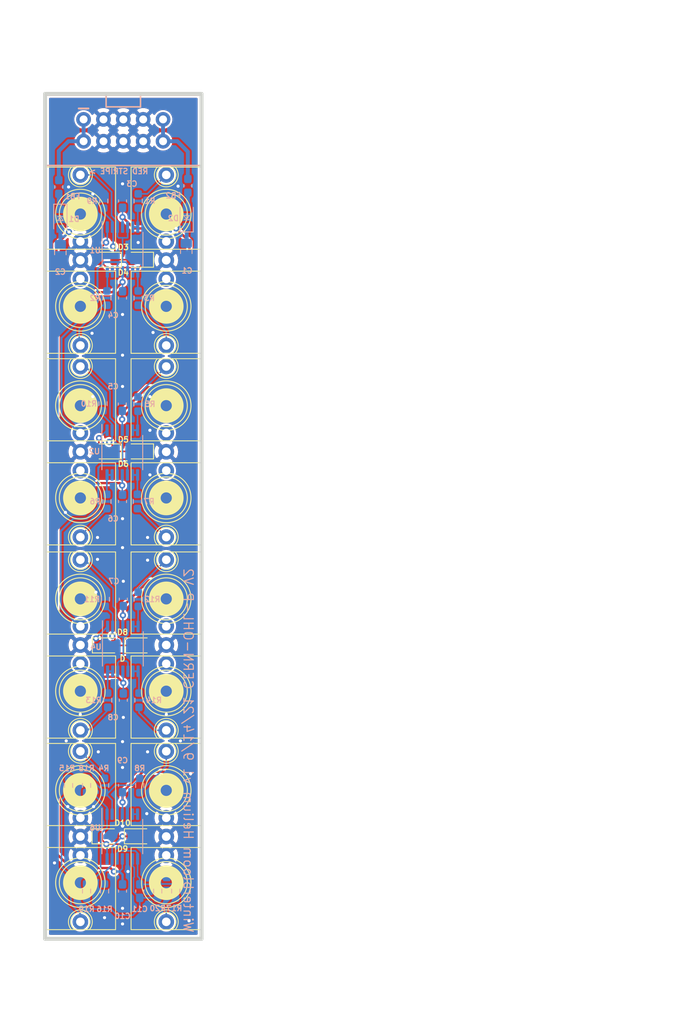
<source format=kicad_pcb>
(kicad_pcb (version 20171130) (host pcbnew "(5.1.10-1-10_14)")
  (layers (0 F.Cu signal) (31 B.Cu signal) (34 B.Paste user) (35 F.Paste user) (36 B.SilkS user) (37 F.SilkS user) (38 B.Mask user) (39 F.Mask user) (44 Edge.Cuts user))
  (net 0 "")
  (net 1 GND)
  (net 2 +12V)
  (net 3 -12V)
  (net 4 "Net-(D1-Pad1)")
  (net 5 "Net-(D2-Pad2)")
  (net 6 "Net-(FB1-Pad2)")
  (net 7 "Net-(FB2-Pad2)")
  (net 8 "Net-(J2-PadT)")
  (net 9 "Net-(J3-PadT)")
  (net 10 "Net-(J3-PadTN)")
  (net 11 "Net-(J4-PadT)")
  (net 12 "Net-(J4-PadTN)")
  (net 13 "Net-(J5-PadT)")
  (net 14 "Net-(J5-PadTN)")
  (net 15 "Net-(J8-PadT)")
  (net 16 "Net-(J8-PadTN)")
  (net 17 "Net-(J9-PadT)")
  (net 18 "Net-(J9-PadTN)")
  (net 19 "Net-(J10-PadT)")
  (net 20 "Net-(J10-PadTN)")
  (net 21 "Net-(R1-Pad2)")
  (net 22 "Net-(R2-Pad2)")
  (net 23 "Net-(R3-Pad2)")
  (net 24 "Net-(R5-Pad2)")
  (net 25 "Net-(R6-Pad2)")
  (net 26 "Net-(R7-Pad2)")
  (net 27 "Net-(D3-Pad2)")
  (net 28 "Net-(D3-Pad1)")
  (net 29 "Net-(D5-Pad2)")
  (net 30 "Net-(D5-Pad1)")
  (net 31 "Net-(D7-Pad2)")
  (net 32 "Net-(D7-Pad1)")
  (net 33 "Net-(D10-Pad1)")
  (net 34 "Net-(D10-Pad2)")
  (net 35 "Net-(J12-PadTN)")
  (net 36 "Net-(J12-PadT)")
  (net 37 "Net-(J13-PadTN)")
  (net 38 "Net-(J13-PadT)")
  (net 39 "Net-(J14-PadTN)")
  (net 40 "Net-(J14-PadT)")
  (net 41 "Net-(J15-PadTN)")
  (net 42 "Net-(J15-PadT)")
  (net 43 "Net-(J17-PadT)")
  (net 44 "Net-(J18-PadT)")
  (net 45 "Net-(J19-PadT)")
  (net 46 "Net-(J20-PadT)")
  (net 47 "Net-(R12-Pad2)")
  (net 48 "Net-(R13-Pad2)")
  (net 49 "Net-(R14-Pad2)")
  (net 50 "Net-(C11-Pad2)")
  (net 51 "Net-(C11-Pad1)")
  (net 52 "Net-(R15-Pad1)")
  (net 53 "Net-(R18-Pad1)")
  (net 54 "Net-(U6-Pad6)")
  (module winterbloom:D_SOD-323_HandSoldering (layer B.Cu) (at 107 63.7 90)
    (fp_text reference D2 (at -0.15 -1.7 180) (layer B.SilkS) (effects (font (size 0.7 0.7)) (justify mirror)))
    (fp_text value 1N5819 hide)
    (pad 1 smd rect (at -1.25 0 90) (size 1 1) (layers B.Cu B.Paste B.Mask) (net 2 +12V))
    (pad 2 smd rect (at 1.25 0 90) (size 1 1) (layers B.Cu B.Paste B.Mask) (net 5 "Net-(D2-Pad2)"))
  )
  (module winterbloom:D_SOD-323_HandSoldering (layer B.Cu) (at 90.85 63.95 270)
    (fp_text reference D1 (at 0 -1.75 180) (layer B.SilkS) (effects (font (size 0.7 0.7)) (justify mirror)))
    (fp_text value 1N5819 hide)
    (pad 1 smd rect (at -1.25 0 270) (size 1 1) (layers B.Cu B.Paste B.Mask) (net 4 "Net-(D1-Pad1)"))
    (pad 2 smd rect (at 1.25 0 270) (size 1 1) (layers B.Cu B.Paste B.Mask) (net 3 -12V))
  )
  (module Resistor_SMD:R_0603_1608Metric_Pad0.98x0.95mm_HandSolder (layer B.Cu) (at 103.3 149.85 270)
    (fp_text reference R20 (at 2.2 0 180) (layer B.SilkS) (effects (font (size 0.7 0.7)) (justify mirror)))
    (fp_text value 100k hide)
    (pad 2 smd roundrect (at 0.9125 0 270) (size 0.975 0.95) (layers B.Cu B.Paste B.Mask) (net 51 "Net-(C11-Pad1)"))
    (pad 1 smd roundrect (at -0.9125 0 270) (size 0.975 0.95) (layers B.Cu B.Paste B.Mask) (net 50 "Net-(C11-Pad2)"))
  )
  (module Resistor_SMD:R_0603_1608Metric_Pad0.98x0.95mm_HandSolder (layer B.Cu) (at 94.2 149.85 90)
    (fp_text reference R19 (at -2.3 0 180) (layer B.SilkS) (effects (font (size 0.7 0.7)) (justify mirror)))
    (fp_text value 100k hide)
    (pad 2 smd roundrect (at 0.9125 0 90) (size 0.975 0.95) (layers B.Cu B.Paste B.Mask) (net 53 "Net-(R18-Pad1)"))
    (pad 1 smd roundrect (at -0.9125 0 90) (size 0.975 0.95) (layers B.Cu B.Paste B.Mask) (net 51 "Net-(C11-Pad1)"))
  )
  (module Resistor_SMD:R_0603_1608Metric_Pad0.98x0.95mm_HandSolder (layer B.Cu) (at 94.2 136.35 90)
    (fp_text reference R18 (at 2.2 0 180) (layer B.SilkS) (effects (font (size 0.7 0.7)) (justify mirror)))
    (fp_text value 100k hide)
    (pad 2 smd roundrect (at 0.9125 0 90) (size 0.975 0.95) (layers B.Cu B.Paste B.Mask) (net 52 "Net-(R15-Pad1)"))
    (pad 1 smd roundrect (at -0.9125 0 90) (size 0.975 0.95) (layers B.Cu B.Paste B.Mask) (net 53 "Net-(R18-Pad1)"))
  )
  (module Resistor_SMD:R_0603_1608Metric_Pad0.98x0.95mm_HandSolder (layer B.Cu) (at 91.9 136.35 270)
    (fp_text reference R15 (at -2.2 0.2 180) (layer B.SilkS) (effects (font (size 0.7 0.7)) (justify mirror)))
    (fp_text value 100k hide)
    (pad 2 smd roundrect (at 0.9125 0 270) (size 0.975 0.95) (layers B.Cu B.Paste B.Mask) (net 46 "Net-(J20-PadT)"))
    (pad 1 smd roundrect (at -0.9125 0 270) (size 0.975 0.95) (layers B.Cu B.Paste B.Mask) (net 52 "Net-(R15-Pad1)"))
  )
  (module Resistor_SMD:R_0603_1608Metric_Pad0.98x0.95mm_HandSolder (layer B.Cu) (at 101 136.35 270)
    (fp_text reference R8 (at -2.2 0 180) (layer B.SilkS) (effects (font (size 0.7 0.7)) (justify mirror)))
    (fp_text value 100k hide)
    (pad 2 smd roundrect (at 0.9125 0 270) (size 0.975 0.95) (layers B.Cu B.Paste B.Mask) (net 45 "Net-(J19-PadT)"))
    (pad 1 smd roundrect (at -0.9125 0 270) (size 0.975 0.95) (layers B.Cu B.Paste B.Mask) (net 52 "Net-(R15-Pad1)"))
  )
  (module Resistor_SMD:R_0603_1608Metric_Pad0.98x0.95mm_HandSolder (layer B.Cu) (at 96.5 136.35 90)
    (fp_text reference R4 (at 2.2 -0.1 180) (layer B.SilkS) (effects (font (size 0.7 0.7)) (justify mirror)))
    (fp_text value 100k hide)
    (pad 2 smd roundrect (at 0.9125 0 90) (size 0.975 0.95) (layers B.Cu B.Paste B.Mask) (net 44 "Net-(J18-PadT)"))
    (pad 1 smd roundrect (at -0.9125 0 90) (size 0.975 0.95) (layers B.Cu B.Paste B.Mask) (net 52 "Net-(R15-Pad1)"))
  )
  (module Capacitor_SMD:C_0603_1608Metric_Pad1.08x0.95mm_HandSolder (layer B.Cu) (at 101 149.85 90)
    (fp_text reference C11 (at -2.3 0 180) (layer B.SilkS) (effects (font (size 0.7 0.7)) (justify mirror)))
    (fp_text value ??pF hide)
    (pad 2 smd roundrect (at 0.8625 0 90) (size 1.075 0.95) (layers B.Cu B.Paste B.Mask) (net 50 "Net-(C11-Pad2)"))
    (pad 1 smd roundrect (at -0.8625 0 90) (size 1.075 0.95) (layers B.Cu B.Paste B.Mask) (net 51 "Net-(C11-Pad1)"))
  )
  (module Capacitor_SMD:C_0603_1608Metric_Pad1.08x0.95mm_HandSolder (layer B.Cu) (at 98.8 149.85 270)
    (fp_text reference C10 (at 3.2 0 180) (layer B.SilkS) (effects (font (size 0.7 0.7)) (justify mirror)))
    (fp_text value 0.1uF hide)
    (pad 2 smd roundrect (at 0.8625 0 270) (size 1.075 0.95) (layers B.Cu B.Paste B.Mask) (net 1 GND))
    (pad 1 smd roundrect (at -0.8625 0 270) (size 1.075 0.95) (layers B.Cu B.Paste B.Mask) (net 3 -12V))
  )
  (module Capacitor_SMD:C_0603_1608Metric_Pad1.08x0.95mm_HandSolder (layer B.Cu) (at 98.8 136.35 90)
    (fp_text reference C9 (at 3.2 0 180) (layer B.SilkS) (effects (font (size 0.7 0.7)) (justify mirror)))
    (fp_text value 0.1uF hide)
    (pad 2 smd roundrect (at 0.8625 0 90) (size 1.075 0.95) (layers B.Cu B.Paste B.Mask) (net 1 GND))
    (pad 1 smd roundrect (at -0.8625 0 90) (size 1.075 0.95) (layers B.Cu B.Paste B.Mask) (net 2 +12V))
  )
  (module Capacitor_SMD:C_0603_1608Metric_Pad1.08x0.95mm_HandSolder (layer B.Cu) (at 98.9 125.45 270)
    (fp_text reference C8 (at 2.2 1.3) (layer B.SilkS) (effects (font (size 0.7 0.7)) (justify mirror)))
    (fp_text value 0.1uF hide)
    (pad 2 smd roundrect (at 0.8625 0 270) (size 1.075 0.95) (layers B.Cu B.Paste B.Mask) (net 1 GND))
    (pad 1 smd roundrect (at -0.8625 0 270) (size 1.075 0.95) (layers B.Cu B.Paste B.Mask) (net 3 -12V))
  )
  (module Capacitor_SMD:C_0603_1608Metric_Pad1.08x0.95mm_HandSolder (layer B.Cu) (at 98.9 112.55 90)
    (fp_text reference C7 (at 2.3 -1.2) (layer B.SilkS) (effects (font (size 0.7 0.7)) (justify mirror)))
    (fp_text value 0.1uF hide)
    (pad 2 smd roundrect (at 0.8625 0 90) (size 1.075 0.95) (layers B.Cu B.Paste B.Mask) (net 1 GND))
    (pad 1 smd roundrect (at -0.8625 0 90) (size 1.075 0.95) (layers B.Cu B.Paste B.Mask) (net 2 +12V))
  )
  (module LED_SMD:LED_0805_2012Metric_Pad1.15x1.40mm_HandSolder (layer F.Cu) (at 96.755 142.85)
    (fp_text reference D10 (at 2.045 -1.7) (layer F.SilkS) (effects (font (size 0.7 0.7))))
    (fp_text value NEG hide)
    (pad 2 smd roundrect (at 1.025 0) (size 1.15 1.4) (layers F.Cu F.Paste F.Mask) (roundrect_rratio 0.2173904347826087) (net 34 "Net-(D10-Pad2)"))
    (pad 1 smd roundrect (at -1.025 0) (size 1.15 1.4) (layers F.Cu F.Paste F.Mask) (roundrect_rratio 0.2173904347826087) (net 33 "Net-(D10-Pad1)"))
  )
  (module LED_SMD:LED_0805_2012Metric_Pad1.15x1.40mm_HandSolder (layer F.Cu) (at 100.9 142.85)
    (fp_text reference D9 (at -2.1 1.6) (layer F.SilkS) (effects (font (size 0.7 0.7))))
    (fp_text value POS hide)
    (pad 2 smd roundrect (at 1.025 0) (size 1.15 1.4) (layers F.Cu F.Paste F.Mask) (roundrect_rratio 0.2173904347826087) (net 33 "Net-(D10-Pad1)"))
    (pad 1 smd roundrect (at -1.025 0) (size 1.15 1.4) (layers F.Cu F.Paste F.Mask) (roundrect_rratio 0.2173904347826087) (net 34 "Net-(D10-Pad2)"))
  )
  (module LED_SMD:LED_0805_2012Metric_Pad1.15x1.40mm_HandSolder (layer F.Cu) (at 96.8 118.45)
    (fp_text reference D8 (at 2 -1.7) (layer F.SilkS) (effects (font (size 0.7 0.7))))
    (fp_text value NEG hide)
    (pad 2 smd roundrect (at 1.025 0) (size 1.15 1.4) (layers F.Cu F.Paste F.Mask) (roundrect_rratio 0.2173904347826087) (net 32 "Net-(D7-Pad1)"))
    (pad 1 smd roundrect (at -1.025 0) (size 1.15 1.4) (layers F.Cu F.Paste F.Mask) (roundrect_rratio 0.2173904347826087) (net 31 "Net-(D7-Pad2)"))
  )
  (module LED_SMD:LED_0805_2012Metric_Pad1.15x1.40mm_HandSolder (layer F.Cu) (at 100.945 118.45)
    (fp_text reference D (at -2.145 1.7) (layer F.SilkS) (effects (font (size 0.7 0.7))))
    (fp_text value POS hide)
    (pad 2 smd roundrect (at 1.025 0) (size 1.15 1.4) (layers F.Cu F.Paste F.Mask) (roundrect_rratio 0.2173904347826087) (net 31 "Net-(D7-Pad2)"))
    (pad 1 smd roundrect (at -1.025 0) (size 1.15 1.4) (layers F.Cu F.Paste F.Mask) (roundrect_rratio 0.2173904347826087) (net 32 "Net-(D7-Pad1)"))
  )
  (module LED_SMD:LED_0805_2012Metric_Pad1.15x1.40mm_HandSolder (layer F.Cu) (at 100.9 93.65 180)
    (fp_text reference D6 (at 2 -1.6) (layer F.SilkS) (effects (font (size 0.7 0.7))))
    (fp_text value NEG hide)
    (pad 2 smd roundrect (at 1.025 0 180) (size 1.15 1.4) (layers F.Cu F.Paste F.Mask) (roundrect_rratio 0.2173904347826087) (net 30 "Net-(D5-Pad1)"))
    (pad 1 smd roundrect (at -1.025 0 180) (size 1.15 1.4) (layers F.Cu F.Paste F.Mask) (roundrect_rratio 0.2173904347826087) (net 29 "Net-(D5-Pad2)"))
  )
  (module LED_SMD:LED_0805_2012Metric_Pad1.15x1.40mm_HandSolder (layer F.Cu) (at 96.8 93.65 180)
    (fp_text reference D5 (at -2.1 1.5) (layer F.SilkS) (effects (font (size 0.7 0.7))))
    (fp_text value POS hide)
    (pad 2 smd roundrect (at 1.025 0 180) (size 1.15 1.4) (layers F.Cu F.Paste F.Mask) (roundrect_rratio 0.2173904347826087) (net 29 "Net-(D5-Pad2)"))
    (pad 1 smd roundrect (at -1.025 0 180) (size 1.15 1.4) (layers F.Cu F.Paste F.Mask) (roundrect_rratio 0.2173904347826087) (net 30 "Net-(D5-Pad1)"))
  )
  (module LED_SMD:LED_0805_2012Metric_Pad1.15x1.40mm_HandSolder (layer F.Cu) (at 100.9 69.15 180)
    (fp_text reference D4 (at 2 -1.65) (layer F.SilkS) (effects (font (size 0.7 0.7))))
    (fp_text value NEG hide)
    (pad 2 smd roundrect (at 1.025 0 180) (size 1.15 1.4) (layers F.Cu F.Paste F.Mask) (roundrect_rratio 0.2173904347826087) (net 28 "Net-(D3-Pad1)"))
    (pad 1 smd roundrect (at -1.025 0 180) (size 1.15 1.4) (layers F.Cu F.Paste F.Mask) (roundrect_rratio 0.2173904347826087) (net 27 "Net-(D3-Pad2)"))
  )
  (module LED_SMD:LED_0805_2012Metric_Pad1.15x1.40mm_HandSolder (layer F.Cu) (at 96.8 69.15 180)
    (fp_text reference D3 (at -2.1 1.6) (layer F.SilkS) (effects (font (size 0.7 0.7))))
    (fp_text value POS hide)
    (pad 2 smd roundrect (at 1.025 0 180) (size 1.15 1.4) (layers F.Cu F.Paste F.Mask) (roundrect_rratio 0.2173904347826087) (net 27 "Net-(D3-Pad2)"))
    (pad 1 smd roundrect (at -1.025 0 180) (size 1.15 1.4) (layers F.Cu F.Paste F.Mask) (roundrect_rratio 0.2173904347826087) (net 28 "Net-(D3-Pad1)"))
  )
  (module Package_SO:TSSOP-14_4.4x5mm_P0.65mm (layer B.Cu) (at 98.77 142.88 270)
    (fp_text reference U6 (at -1.13 3.47) (layer B.SilkS) (effects (font (size 0.7 0.7)) (justify mirror)))
    (fp_text value OPA4197 hide)
    (pad 14 smd roundrect (at 2.8625 1.95 270) (size 1.475 0.4) (layers B.Cu B.Paste B.Mask) (net 33 "Net-(D10-Pad1)"))
    (pad 13 smd roundrect (at 2.8625 1.3 270) (size 1.475 0.4) (layers B.Cu B.Paste B.Mask) (net 34 "Net-(D10-Pad2)"))
    (pad 12 smd roundrect (at 2.8625 0.65 270) (size 1.475 0.4) (layers B.Cu B.Paste B.Mask) (net 50 "Net-(C11-Pad2)"))
    (pad 11 smd roundrect (at 2.8625 0 270) (size 1.475 0.4) (layers B.Cu B.Paste B.Mask) (net 3 -12V))
    (pad 10 smd roundrect (at 2.8625 -0.65 270) (size 1.475 0.4) (layers B.Cu B.Paste B.Mask) (net 1 GND))
    (pad 9 smd roundrect (at 2.8625 -1.3 270) (size 1.475 0.4) (layers B.Cu B.Paste B.Mask) (net 51 "Net-(C11-Pad1)"))
    (pad 8 smd roundrect (at 2.8625 -1.95 270) (size 1.475 0.4) (layers B.Cu B.Paste B.Mask) (net 50 "Net-(C11-Pad2)"))
    (pad 7 smd roundrect (at -2.8625 -1.95 270) (size 1.475 0.4) (layers B.Cu B.Paste B.Mask) (net 54 "Net-(U6-Pad6)"))
    (pad 6 smd roundrect (at -2.8625 -1.3 270) (size 1.475 0.4) (layers B.Cu B.Paste B.Mask) (net 54 "Net-(U6-Pad6)"))
    (pad 5 smd roundrect (at -2.8625 -0.65 270) (size 1.475 0.4) (layers B.Cu B.Paste B.Mask) (net 1 GND))
    (pad 4 smd roundrect (at -2.8625 0 270) (size 1.475 0.4) (layers B.Cu B.Paste B.Mask) (net 2 +12V))
    (pad 3 smd roundrect (at -2.8625 0.65 270) (size 1.475 0.4) (layers B.Cu B.Paste B.Mask) (net 1 GND))
    (pad 2 smd roundrect (at -2.8625 1.3 270) (size 1.475 0.4) (layers B.Cu B.Paste B.Mask) (net 52 "Net-(R15-Pad1)"))
    (pad 1 smd roundrect (at -2.8625 1.95 270) (size 1.475 0.4) (layers B.Cu B.Paste B.Mask) (net 53 "Net-(R18-Pad1)"))
  )
  (module Package_SO:TSSOP-14_4.4x5mm_P0.65mm (layer B.Cu) (at 98.84 118.89 270)
    (fp_text reference U4 (at -0.24 3.44) (layer B.SilkS) (effects (font (size 0.7 0.7)) (justify mirror)))
    (fp_text value OPA4197 hide)
    (pad 14 smd roundrect (at 2.8625 1.95 270) (size 1.475 0.4) (layers B.Cu B.Paste B.Mask) (net 48 "Net-(R13-Pad2)"))
    (pad 13 smd roundrect (at 2.8625 1.3 270) (size 1.475 0.4) (layers B.Cu B.Paste B.Mask) (net 48 "Net-(R13-Pad2)"))
    (pad 12 smd roundrect (at 2.8625 0.65 270) (size 1.475 0.4) (layers B.Cu B.Paste B.Mask) (net 36 "Net-(J12-PadT)"))
    (pad 11 smd roundrect (at 2.8625 0 270) (size 1.475 0.4) (layers B.Cu B.Paste B.Mask) (net 3 -12V))
    (pad 10 smd roundrect (at 2.8625 -0.65 270) (size 1.475 0.4) (layers B.Cu B.Paste B.Mask) (net 36 "Net-(J12-PadT)"))
    (pad 9 smd roundrect (at 2.8625 -1.3 270) (size 1.475 0.4) (layers B.Cu B.Paste B.Mask) (net 49 "Net-(R14-Pad2)"))
    (pad 8 smd roundrect (at 2.8625 -1.95 270) (size 1.475 0.4) (layers B.Cu B.Paste B.Mask) (net 49 "Net-(R14-Pad2)"))
    (pad 7 smd roundrect (at -2.8625 -1.95 270) (size 1.475 0.4) (layers B.Cu B.Paste B.Mask) (net 47 "Net-(R12-Pad2)"))
    (pad 6 smd roundrect (at -2.8625 -1.3 270) (size 1.475 0.4) (layers B.Cu B.Paste B.Mask) (net 47 "Net-(R12-Pad2)"))
    (pad 5 smd roundrect (at -2.8625 -0.65 270) (size 1.475 0.4) (layers B.Cu B.Paste B.Mask) (net 36 "Net-(J12-PadT)"))
    (pad 4 smd roundrect (at -2.8625 0 270) (size 1.475 0.4) (layers B.Cu B.Paste B.Mask) (net 2 +12V))
    (pad 3 smd roundrect (at -2.8625 0.65 270) (size 1.475 0.4) (layers B.Cu B.Paste B.Mask) (net 36 "Net-(J12-PadT)"))
    (pad 2 smd roundrect (at -2.8625 1.3 270) (size 1.475 0.4) (layers B.Cu B.Paste B.Mask) (net 32 "Net-(D7-Pad1)"))
    (pad 1 smd roundrect (at -2.8625 1.95 270) (size 1.475 0.4) (layers B.Cu B.Paste B.Mask) (net 31 "Net-(D7-Pad2)"))
  )
  (module Resistor_SMD:R_0603_1608Metric_Pad0.98x0.95mm_HandSolder (layer B.Cu) (at 105.6 149.85 90)
    (fp_text reference R17 (at -2.2 -0.2 180) (layer B.SilkS) (effects (font (size 0.7 0.7)) (justify mirror)))
    (fp_text value 1k hide)
    (pad 2 smd roundrect (at 0.9125 0 90) (size 0.975 0.95) (layers B.Cu B.Paste B.Mask) (net 50 "Net-(C11-Pad2)"))
    (pad 1 smd roundrect (at -0.9125 0 90) (size 0.975 0.95) (layers B.Cu B.Paste B.Mask) (net 43 "Net-(J17-PadT)"))
  )
  (module Resistor_SMD:R_0603_1608Metric_Pad0.98x0.95mm_HandSolder (layer B.Cu) (at 96.5 149.85 90)
    (fp_text reference R16 (at -2.3 0 180) (layer B.SilkS) (effects (font (size 0.7 0.7)) (justify mirror)))
    (fp_text value 270 hide)
    (pad 2 smd roundrect (at 0.9125 0 90) (size 0.975 0.95) (layers B.Cu B.Paste B.Mask) (net 34 "Net-(D10-Pad2)"))
    (pad 1 smd roundrect (at -0.9125 0 90) (size 0.975 0.95) (layers B.Cu B.Paste B.Mask) (net 1 GND))
  )
  (module Resistor_SMD:R_0603_1608Metric_Pad0.98x0.95mm_HandSolder (layer B.Cu) (at 100.9 125.45 90)
    (fp_text reference R14 (at 0 1.9 180) (layer B.SilkS) (effects (font (size 0.7 0.7)) (justify mirror)))
    (fp_text value 100 hide)
    (pad 2 smd roundrect (at 0.9125 0 90) (size 0.975 0.95) (layers B.Cu B.Paste B.Mask) (net 49 "Net-(R14-Pad2)"))
    (pad 1 smd roundrect (at -0.9125 0 90) (size 0.975 0.95) (layers B.Cu B.Paste B.Mask) (net 42 "Net-(J15-PadT)"))
  )
  (module Resistor_SMD:R_0603_1608Metric_Pad0.98x0.95mm_HandSolder (layer B.Cu) (at 96.9 125.45 90)
    (fp_text reference R13 (at 0 -1.8 180) (layer B.SilkS) (effects (font (size 0.7 0.7)) (justify mirror)))
    (fp_text value 100 hide)
    (pad 2 smd roundrect (at 0.9125 0 90) (size 0.975 0.95) (layers B.Cu B.Paste B.Mask) (net 48 "Net-(R13-Pad2)"))
    (pad 1 smd roundrect (at -0.9125 0 90) (size 0.975 0.95) (layers B.Cu B.Paste B.Mask) (net 40 "Net-(J14-PadT)"))
  )
  (module Resistor_SMD:R_0603_1608Metric_Pad0.98x0.95mm_HandSolder (layer B.Cu) (at 100.8 112.55 270)
    (fp_text reference R12 (at 0 -1.8 180) (layer B.SilkS) (effects (font (size 0.7 0.7)) (justify mirror)))
    (fp_text value 100 hide)
    (pad 2 smd roundrect (at 0.9125 0 270) (size 0.975 0.95) (layers B.Cu B.Paste B.Mask) (net 47 "Net-(R12-Pad2)"))
    (pad 1 smd roundrect (at -0.9125 0 270) (size 0.975 0.95) (layers B.Cu B.Paste B.Mask) (net 38 "Net-(J13-PadT)"))
  )
  (module Resistor_SMD:R_0603_1608Metric_Pad0.98x0.95mm_HandSolder (layer B.Cu) (at 96.6 112.55 270)
    (fp_text reference R11 (at 0 1.7 180) (layer B.SilkS) (effects (font (size 0.7 0.7)) (justify mirror)))
    (fp_text value 270 hide)
    (pad 2 smd roundrect (at 0.9125 0 270) (size 0.975 0.95) (layers B.Cu B.Paste B.Mask) (net 32 "Net-(D7-Pad1)"))
    (pad 1 smd roundrect (at -0.9125 0 270) (size 0.975 0.95) (layers B.Cu B.Paste B.Mask) (net 1 GND))
  )
  (module winterbloom:WQP-WQP518MA-skinny (layer F.Cu) (at 93.41 148.78 180)
    (fp_text reference J20 hide)
    (fp_text value D3 hide)
    (pad S thru_hole circle (at 0 5.9 180) (size 2 2) (drill 1.1) (layers *.Cu *.Mask) (net 1 GND))
    (pad TN thru_hole circle (at 0 3.5 180) (size 2 2) (drill 1.1) (layers *.Cu *.Mask) (net 1 GND))
    (pad T thru_hole circle (at 0 -5 180) (size 2 2) (drill 1.1) (layers *.Cu *.Mask) (net 46 "Net-(J20-PadT)"))
  )
  (module winterbloom:WQP-WQP518MA-skinny (layer F.Cu) (at 104.39 136.98)
    (fp_text reference J19 hide)
    (fp_text value D2 hide)
    (pad S thru_hole circle (at 0 5.9) (size 2 2) (drill 1.1) (layers *.Cu *.Mask) (net 1 GND))
    (pad TN thru_hole circle (at 0 3.5) (size 2 2) (drill 1.1) (layers *.Cu *.Mask) (net 1 GND))
    (pad T thru_hole circle (at 0 -5) (size 2 2) (drill 1.1) (layers *.Cu *.Mask) (net 45 "Net-(J19-PadT)"))
  )
  (module winterbloom:WQP-WQP518MA-skinny (layer F.Cu) (at 93.41 136.98)
    (fp_text reference J18 hide)
    (fp_text value D1 hide)
    (pad S thru_hole circle (at 0 5.9) (size 2 2) (drill 1.1) (layers *.Cu *.Mask) (net 1 GND))
    (pad TN thru_hole circle (at 0 3.5) (size 2 2) (drill 1.1) (layers *.Cu *.Mask) (net 1 GND))
    (pad T thru_hole circle (at 0 -5) (size 2 2) (drill 1.1) (layers *.Cu *.Mask) (net 44 "Net-(J18-PadT)"))
  )
  (module winterbloom:WQP-WQP518MA-skinny (layer F.Cu) (at 104.39 148.78 180)
    (fp_text reference J17 hide)
    (fp_text value D hide)
    (pad S thru_hole circle (at 0 5.9 180) (size 2 2) (drill 1.1) (layers *.Cu *.Mask) (net 1 GND))
    (pad TN thru_hole circle (at 0 3.5 180) (size 2 2) (drill 1.1) (layers *.Cu *.Mask) (net 1 GND))
    (pad T thru_hole circle (at 0 -5 180) (size 2 2) (drill 1.1) (layers *.Cu *.Mask) (net 43 "Net-(J17-PadT)"))
  )
  (module winterbloom:WQP-WQP518MA-skinny (layer F.Cu) (at 104.39 124.3 180)
    (fp_text reference J15 hide)
    (fp_text value C3 hide)
    (pad S thru_hole circle (at 0 5.9 180) (size 2 2) (drill 1.1) (layers *.Cu *.Mask) (net 1 GND))
    (pad TN thru_hole circle (at 0 3.5 180) (size 2 2) (drill 1.1) (layers *.Cu *.Mask) (net 41 "Net-(J15-PadTN)"))
    (pad T thru_hole circle (at 0 -5 180) (size 2 2) (drill 1.1) (layers *.Cu *.Mask) (net 42 "Net-(J15-PadT)"))
  )
  (module winterbloom:WQP-WQP518MA-skinny (layer F.Cu) (at 93.41 124.3 180)
    (fp_text reference J14 hide)
    (fp_text value C2 hide)
    (pad S thru_hole circle (at 0 5.9 180) (size 2 2) (drill 1.1) (layers *.Cu *.Mask) (net 1 GND))
    (pad TN thru_hole circle (at 0 3.5 180) (size 2 2) (drill 1.1) (layers *.Cu *.Mask) (net 39 "Net-(J14-PadTN)"))
    (pad T thru_hole circle (at 0 -5 180) (size 2 2) (drill 1.1) (layers *.Cu *.Mask) (net 40 "Net-(J14-PadT)"))
  )
  (module winterbloom:WQP-WQP518MA-skinny (layer F.Cu) (at 104.39 112.5)
    (fp_text reference J13 hide)
    (fp_text value C1 hide)
    (pad S thru_hole circle (at 0 5.9) (size 2 2) (drill 1.1) (layers *.Cu *.Mask) (net 1 GND))
    (pad TN thru_hole circle (at 0 3.5) (size 2 2) (drill 1.1) (layers *.Cu *.Mask) (net 37 "Net-(J13-PadTN)"))
    (pad T thru_hole circle (at 0 -5) (size 2 2) (drill 1.1) (layers *.Cu *.Mask) (net 38 "Net-(J13-PadT)"))
  )
  (module winterbloom:WQP-WQP518MA-skinny (layer F.Cu) (at 93.41 112.5)
    (fp_text reference J12 hide)
    (fp_text value C hide)
    (pad S thru_hole circle (at 0 5.9) (size 2 2) (drill 1.1) (layers *.Cu *.Mask) (net 1 GND))
    (pad TN thru_hole circle (at 0 3.5) (size 2 2) (drill 1.1) (layers *.Cu *.Mask) (net 35 "Net-(J12-PadTN)"))
    (pad T thru_hole circle (at 0 -5) (size 2 2) (drill 1.1) (layers *.Cu *.Mask) (net 36 "Net-(J12-PadT)"))
  )
  (module winterbloom:WQP-WQP518MA-skinny (layer F.Cu) (at 104.39 87.8)
    (fp_text reference J8 hide)
    (fp_text value B1 hide)
    (pad S thru_hole circle (at 0 5.9) (size 2 2) (drill 1.1) (layers *.Cu *.Mask) (net 1 GND))
    (pad TN thru_hole circle (at 0 3.5) (size 2 2) (drill 1.1) (layers *.Cu *.Mask) (net 16 "Net-(J8-PadTN)"))
    (pad T thru_hole circle (at 0 -5) (size 2 2) (drill 1.1) (layers *.Cu *.Mask) (net 15 "Net-(J8-PadT)"))
  )
  (module Resistor_SMD:R_0603_1608Metric_Pad0.98x0.95mm_HandSolder (layer B.Cu) (at 96.3 87.55 270)
    (fp_text reference R10 (at 0 1.8 180) (layer B.SilkS) (effects (font (size 0.7 0.7)) (justify mirror)))
    (fp_text value 270 hide)
    (pad 2 smd roundrect (at 0.9125 0 270) (size 0.975 0.95) (layers B.Cu B.Paste B.Mask) (net 30 "Net-(D5-Pad1)"))
    (pad 1 smd roundrect (at -0.9125 0 270) (size 0.975 0.95) (layers B.Cu B.Paste B.Mask) (net 1 GND))
  )
  (module Resistor_SMD:R_0603_1608Metric_Pad0.98x0.95mm_HandSolder (layer B.Cu) (at 96.4 61.65 270)
    (fp_text reference R9 (at 0 1.5 180) (layer B.SilkS) (effects (font (size 0.7 0.7)) (justify mirror)))
    (fp_text value 270 hide)
    (pad 2 smd roundrect (at 0.9125 0 270) (size 0.975 0.95) (layers B.Cu B.Paste B.Mask) (net 28 "Net-(D3-Pad1)"))
    (pad 1 smd roundrect (at -0.9125 0 270) (size 0.975 0.95) (layers B.Cu B.Paste B.Mask) (net 1 GND))
  )
  (module winterbloom:WQP-WQP518MA-skinny (layer F.Cu) (at 104.39 99.6 180)
    (fp_text reference J10 hide)
    (fp_text value B3 hide)
    (pad S thru_hole circle (at 0 5.9 180) (size 2 2) (drill 1.1) (layers *.Cu *.Mask) (net 1 GND))
    (pad TN thru_hole circle (at 0 3.5 180) (size 2 2) (drill 1.1) (layers *.Cu *.Mask) (net 20 "Net-(J10-PadTN)"))
    (pad T thru_hole circle (at 0 -5 180) (size 2 2) (drill 1.1) (layers *.Cu *.Mask) (net 19 "Net-(J10-PadT)"))
  )
  (module winterbloom:WQP-WQP518MA-skinny (layer F.Cu) (at 93.41 99.6 180)
    (fp_text reference J9 hide)
    (fp_text value B2 hide)
    (pad S thru_hole circle (at 0 5.9 180) (size 2 2) (drill 1.1) (layers *.Cu *.Mask) (net 1 GND))
    (pad TN thru_hole circle (at 0 3.5 180) (size 2 2) (drill 1.1) (layers *.Cu *.Mask) (net 18 "Net-(J9-PadTN)"))
    (pad T thru_hole circle (at 0 -5 180) (size 2 2) (drill 1.1) (layers *.Cu *.Mask) (net 17 "Net-(J9-PadT)"))
  )
  (module winterbloom:WQP-WQP518MA-skinny (layer F.Cu) (at 93.41 87.8)
    (fp_text reference J7 hide)
    (fp_text value B hide)
    (pad S thru_hole circle (at 0 5.9) (size 2 2) (drill 1.1) (layers *.Cu *.Mask) (net 1 GND))
    (pad TN thru_hole circle (at 0 3.5) (size 2 2) (drill 1.1) (layers *.Cu *.Mask) (net 8 "Net-(J2-PadT)"))
    (pad T thru_hole circle (at 0 -5) (size 2 2) (drill 1.1) (layers *.Cu *.Mask) (net 35 "Net-(J12-PadTN)"))
  )
  (module winterbloom:WQP-WQP518MA-skinny (layer F.Cu) (at 104.39 75.11 180)
    (fp_text reference J5 hide)
    (fp_text value A3 hide)
    (pad S thru_hole circle (at 0 5.9 180) (size 2 2) (drill 1.1) (layers *.Cu *.Mask) (net 1 GND))
    (pad TN thru_hole circle (at 0 3.5 180) (size 2 2) (drill 1.1) (layers *.Cu *.Mask) (net 14 "Net-(J5-PadTN)"))
    (pad T thru_hole circle (at 0 -5 180) (size 2 2) (drill 1.1) (layers *.Cu *.Mask) (net 13 "Net-(J5-PadT)"))
  )
  (module winterbloom:WQP-WQP518MA-skinny (layer F.Cu) (at 93.41 75.11 180)
    (fp_text reference J4 hide)
    (fp_text value A2 hide)
    (pad S thru_hole circle (at 0 5.9 180) (size 2 2) (drill 1.1) (layers *.Cu *.Mask) (net 1 GND))
    (pad TN thru_hole circle (at 0 3.5 180) (size 2 2) (drill 1.1) (layers *.Cu *.Mask) (net 12 "Net-(J4-PadTN)"))
    (pad T thru_hole circle (at 0 -5 180) (size 2 2) (drill 1.1) (layers *.Cu *.Mask) (net 11 "Net-(J4-PadT)"))
  )
  (module winterbloom:WQP-WQP518MA-skinny (layer F.Cu) (at 104.39 63.31)
    (fp_text reference J3 hide)
    (fp_text value A1 hide)
    (pad S thru_hole circle (at 0 5.9) (size 2 2) (drill 1.1) (layers *.Cu *.Mask) (net 1 GND))
    (pad TN thru_hole circle (at 0 3.5) (size 2 2) (drill 1.1) (layers *.Cu *.Mask) (net 10 "Net-(J3-PadTN)"))
    (pad T thru_hole circle (at 0 -5) (size 2 2) (drill 1.1) (layers *.Cu *.Mask) (net 9 "Net-(J3-PadT)"))
  )
  (module winterbloom:WQP-WQP518MA-skinny (layer F.Cu) (at 93.41 63.31)
    (fp_text reference J2 hide)
    (fp_text value A hide)
    (pad S thru_hole circle (at 0 5.9) (size 2 2) (drill 1.1) (layers *.Cu *.Mask) (net 1 GND))
    (pad TN thru_hole circle (at 0 3.5) (size 2 2) (drill 1.1) (layers *.Cu *.Mask) (net 1 GND))
    (pad T thru_hole circle (at 0 -5) (size 2 2) (drill 1.1) (layers *.Cu *.Mask) (net 8 "Net-(J2-PadT)"))
  )
  (module Package_SO:TSSOP-14_4.4x5mm_P0.65mm (layer B.Cu) (at 98.77 93.8 270)
    (fp_text reference U2 (at -0.15 3.57 180) (layer B.SilkS) (effects (font (size 0.7 0.7)) (justify mirror)))
    (fp_text value OPA4197 hide)
    (pad 14 smd roundrect (at 2.8625 1.95 270) (size 1.475 0.4) (layers B.Cu B.Paste B.Mask) (net 25 "Net-(R6-Pad2)"))
    (pad 13 smd roundrect (at 2.8625 1.3 270) (size 1.475 0.4) (layers B.Cu B.Paste B.Mask) (net 25 "Net-(R6-Pad2)"))
    (pad 12 smd roundrect (at 2.8625 0.65 270) (size 1.475 0.4) (layers B.Cu B.Paste B.Mask) (net 35 "Net-(J12-PadTN)"))
    (pad 11 smd roundrect (at 2.8625 0 270) (size 1.475 0.4) (layers B.Cu B.Paste B.Mask) (net 3 -12V))
    (pad 10 smd roundrect (at 2.8625 -0.65 270) (size 1.475 0.4) (layers B.Cu B.Paste B.Mask) (net 35 "Net-(J12-PadTN)"))
    (pad 9 smd roundrect (at 2.8625 -1.3 270) (size 1.475 0.4) (layers B.Cu B.Paste B.Mask) (net 26 "Net-(R7-Pad2)"))
    (pad 8 smd roundrect (at 2.8625 -1.95 270) (size 1.475 0.4) (layers B.Cu B.Paste B.Mask) (net 26 "Net-(R7-Pad2)"))
    (pad 7 smd roundrect (at -2.8625 -1.95 270) (size 1.475 0.4) (layers B.Cu B.Paste B.Mask) (net 24 "Net-(R5-Pad2)"))
    (pad 6 smd roundrect (at -2.8625 -1.3 270) (size 1.475 0.4) (layers B.Cu B.Paste B.Mask) (net 24 "Net-(R5-Pad2)"))
    (pad 5 smd roundrect (at -2.8625 -0.65 270) (size 1.475 0.4) (layers B.Cu B.Paste B.Mask) (net 35 "Net-(J12-PadTN)"))
    (pad 4 smd roundrect (at -2.8625 0 270) (size 1.475 0.4) (layers B.Cu B.Paste B.Mask) (net 2 +12V))
    (pad 3 smd roundrect (at -2.8625 0.65 270) (size 1.475 0.4) (layers B.Cu B.Paste B.Mask) (net 35 "Net-(J12-PadTN)"))
    (pad 2 smd roundrect (at -2.8625 1.3 270) (size 1.475 0.4) (layers B.Cu B.Paste B.Mask) (net 30 "Net-(D5-Pad1)"))
    (pad 1 smd roundrect (at -2.8625 1.95 270) (size 1.475 0.4) (layers B.Cu B.Paste B.Mask) (net 29 "Net-(D5-Pad2)"))
  )
  (module Package_SO:TSSOP-14_4.4x5mm_P0.65mm (layer B.Cu) (at 98.8 67.84 270)
    (fp_text reference U1 (at 0.11 3.5) (layer B.SilkS) (effects (font (size 0.7 0.7)) (justify mirror)))
    (fp_text value OPA4197 hide)
    (pad 14 smd roundrect (at 2.8625 1.95 270) (size 1.475 0.4) (layers B.Cu B.Paste B.Mask) (net 22 "Net-(R2-Pad2)"))
    (pad 13 smd roundrect (at 2.8625 1.3 270) (size 1.475 0.4) (layers B.Cu B.Paste B.Mask) (net 22 "Net-(R2-Pad2)"))
    (pad 12 smd roundrect (at 2.8625 0.65 270) (size 1.475 0.4) (layers B.Cu B.Paste B.Mask) (net 8 "Net-(J2-PadT)"))
    (pad 11 smd roundrect (at 2.8625 0 270) (size 1.475 0.4) (layers B.Cu B.Paste B.Mask) (net 3 -12V))
    (pad 10 smd roundrect (at 2.8625 -0.65 270) (size 1.475 0.4) (layers B.Cu B.Paste B.Mask) (net 8 "Net-(J2-PadT)"))
    (pad 9 smd roundrect (at 2.8625 -1.3 270) (size 1.475 0.4) (layers B.Cu B.Paste B.Mask) (net 23 "Net-(R3-Pad2)"))
    (pad 8 smd roundrect (at 2.8625 -1.95 270) (size 1.475 0.4) (layers B.Cu B.Paste B.Mask) (net 23 "Net-(R3-Pad2)"))
    (pad 7 smd roundrect (at -2.8625 -1.95 270) (size 1.475 0.4) (layers B.Cu B.Paste B.Mask) (net 21 "Net-(R1-Pad2)"))
    (pad 6 smd roundrect (at -2.8625 -1.3 270) (size 1.475 0.4) (layers B.Cu B.Paste B.Mask) (net 21 "Net-(R1-Pad2)"))
    (pad 5 smd roundrect (at -2.8625 -0.65 270) (size 1.475 0.4) (layers B.Cu B.Paste B.Mask) (net 8 "Net-(J2-PadT)"))
    (pad 4 smd roundrect (at -2.8625 0 270) (size 1.475 0.4) (layers B.Cu B.Paste B.Mask) (net 2 +12V))
    (pad 3 smd roundrect (at -2.8625 0.65 270) (size 1.475 0.4) (layers B.Cu B.Paste B.Mask) (net 8 "Net-(J2-PadT)"))
    (pad 2 smd roundrect (at -2.8625 1.3 270) (size 1.475 0.4) (layers B.Cu B.Paste B.Mask) (net 28 "Net-(D3-Pad1)"))
    (pad 1 smd roundrect (at -2.8625 1.95 270) (size 1.475 0.4) (layers B.Cu B.Paste B.Mask) (net 27 "Net-(D3-Pad2)"))
  )
  (module Resistor_SMD:R_0603_1608Metric_Pad0.98x0.95mm_HandSolder (layer B.Cu) (at 100.7 100.05 90)
    (fp_text reference R7 (at 0 1.5 180) (layer B.SilkS) (effects (font (size 0.7 0.7)) (justify mirror)))
    (fp_text value 100 hide)
    (pad 2 smd roundrect (at 0.9125 0 90) (size 0.975 0.95) (layers B.Cu B.Paste B.Mask) (net 26 "Net-(R7-Pad2)"))
    (pad 1 smd roundrect (at -0.9125 0 90) (size 0.975 0.95) (layers B.Cu B.Paste B.Mask) (net 19 "Net-(J10-PadT)"))
  )
  (module Resistor_SMD:R_0603_1608Metric_Pad0.98x0.95mm_HandSolder (layer B.Cu) (at 96.8 100.05 90)
    (fp_text reference R6 (at 0 -1.5 180) (layer B.SilkS) (effects (font (size 0.7 0.7)) (justify mirror)))
    (fp_text value 100 hide)
    (pad 2 smd roundrect (at 0.9125 0 90) (size 0.975 0.95) (layers B.Cu B.Paste B.Mask) (net 25 "Net-(R6-Pad2)"))
    (pad 1 smd roundrect (at -0.9125 0 90) (size 0.975 0.95) (layers B.Cu B.Paste B.Mask) (net 17 "Net-(J9-PadT)"))
  )
  (module Resistor_SMD:R_0603_1608Metric_Pad0.98x0.95mm_HandSolder (layer B.Cu) (at 100.77 87.6 270)
    (fp_text reference R5 (at 0 -1.53 180) (layer B.SilkS) (effects (font (size 0.7 0.7)) (justify mirror)))
    (fp_text value 100 hide)
    (pad 2 smd roundrect (at 0.9125 0 270) (size 0.975 0.95) (layers B.Cu B.Paste B.Mask) (net 24 "Net-(R5-Pad2)"))
    (pad 1 smd roundrect (at -0.9125 0 270) (size 0.975 0.95) (layers B.Cu B.Paste B.Mask) (net 15 "Net-(J8-PadT)"))
  )
  (module Resistor_SMD:R_0603_1608Metric_Pad0.98x0.95mm_HandSolder (layer B.Cu) (at 100.8 74.05 90)
    (fp_text reference R3 (at 0 1.43 180) (layer B.SilkS) (effects (font (size 0.7 0.7)) (justify mirror)))
    (fp_text value 100 hide)
    (pad 2 smd roundrect (at 0.9125 0 90) (size 0.975 0.95) (layers B.Cu B.Paste B.Mask) (net 23 "Net-(R3-Pad2)"))
    (pad 1 smd roundrect (at -0.9125 0 90) (size 0.975 0.95) (layers B.Cu B.Paste B.Mask) (net 13 "Net-(J5-PadT)"))
  )
  (module Resistor_SMD:R_0603_1608Metric_Pad0.98x0.95mm_HandSolder (layer B.Cu) (at 96.8 74.05 90)
    (fp_text reference R2 (at 0 -1.5) (layer B.SilkS) (effects (font (size 0.7 0.7)) (justify mirror)))
    (fp_text value 100 hide)
    (pad 2 smd roundrect (at 0.9125 0 90) (size 0.975 0.95) (layers B.Cu B.Paste B.Mask) (net 22 "Net-(R2-Pad2)"))
    (pad 1 smd roundrect (at -0.9125 0 90) (size 0.975 0.95) (layers B.Cu B.Paste B.Mask) (net 11 "Net-(J4-PadT)"))
  )
  (module Resistor_SMD:R_0603_1608Metric_Pad0.98x0.95mm_HandSolder (layer B.Cu) (at 100.8 61.64 270)
    (fp_text reference R1 (at 0 -1.5 180) (layer B.SilkS) (effects (font (size 0.7 0.7)) (justify mirror)))
    (fp_text value 100 hide)
    (pad 2 smd roundrect (at 0.9125 0 270) (size 0.975 0.95) (layers B.Cu B.Paste B.Mask) (net 21 "Net-(R1-Pad2)"))
    (pad 1 smd roundrect (at -0.9125 0 270) (size 0.975 0.95) (layers B.Cu B.Paste B.Mask) (net 9 "Net-(J3-PadT)"))
  )
  (module Inductor_SMD:L_0603_1608Metric_Pad1.05x0.95mm_HandSolder (layer B.Cu) (at 107.15 59.7 90)
    (fp_text reference FB2 (at -1.25 -1.85) (layer B.SilkS) (effects (font (size 0.7 0.7)) (justify mirror)))
    (fp_text value 300mA hide)
    (pad 2 smd roundrect (at 0.875 0 90) (size 1.05 0.95) (layers B.Cu B.Paste B.Mask) (net 7 "Net-(FB2-Pad2)"))
    (pad 1 smd roundrect (at -0.875 0 90) (size 1.05 0.95) (layers B.Cu B.Paste B.Mask) (net 5 "Net-(D2-Pad2)"))
  )
  (module Inductor_SMD:L_0603_1608Metric_Pad1.05x0.95mm_HandSolder (layer B.Cu) (at 90.65 59.85 90)
    (fp_text reference FB1 (at -1.2 1.75 180) (layer B.SilkS) (effects (font (size 0.7 0.7)) (justify mirror)))
    (fp_text value 300mA hide)
    (pad 2 smd roundrect (at 0.875 0 90) (size 1.05 0.95) (layers B.Cu B.Paste B.Mask) (net 6 "Net-(FB1-Pad2)"))
    (pad 1 smd roundrect (at -0.875 0 90) (size 1.05 0.95) (layers B.Cu B.Paste B.Mask) (net 4 "Net-(D1-Pad1)"))
  )
  (module Capacitor_SMD:C_0603_1608Metric_Pad1.08x0.95mm_HandSolder (layer B.Cu) (at 98.8 100.05 270)
    (fp_text reference C6 (at 2.2 1.2 180) (layer B.SilkS) (effects (font (size 0.7 0.7)) (justify mirror)))
    (fp_text value 0.1uF hide)
    (pad 2 smd roundrect (at 0.8625 0 270) (size 1.075 0.95) (layers B.Cu B.Paste B.Mask) (net 1 GND))
    (pad 1 smd roundrect (at -0.8625 0 270) (size 1.075 0.95) (layers B.Cu B.Paste B.Mask) (net 3 -12V))
  )
  (module Capacitor_SMD:C_0603_1608Metric_Pad1.08x0.95mm_HandSolder (layer B.Cu) (at 98.77 87.6 90)
    (fp_text reference C5 (at 2.25 -1.17 180) (layer B.SilkS) (effects (font (size 0.7 0.7)) (justify mirror)))
    (fp_text value 0.1uF hide)
    (pad 2 smd roundrect (at 0.8625 0 90) (size 1.075 0.95) (layers B.Cu B.Paste B.Mask) (net 1 GND))
    (pad 1 smd roundrect (at -0.8625 0 90) (size 1.075 0.95) (layers B.Cu B.Paste B.Mask) (net 2 +12V))
  )
  (module Capacitor_SMD:C_0603_1608Metric_Pad1.08x0.95mm_HandSolder (layer B.Cu) (at 98.8 74.04 270)
    (fp_text reference C4 (at 2.21 1.2 180) (layer B.SilkS) (effects (font (size 0.7 0.7)) (justify mirror)))
    (fp_text value 0.1uF hide)
    (pad 2 smd roundrect (at 0.8625 0 270) (size 1.075 0.95) (layers B.Cu B.Paste B.Mask) (net 1 GND))
    (pad 1 smd roundrect (at -0.8625 0 270) (size 1.075 0.95) (layers B.Cu B.Paste B.Mask) (net 3 -12V))
  )
  (module Capacitor_SMD:C_0603_1608Metric_Pad1.08x0.95mm_HandSolder (layer B.Cu) (at 98.8 61.64 90)
    (fp_text reference C3 (at 2.19 1.2 180) (layer B.SilkS) (effects (font (size 0.7 0.7)) (justify mirror)))
    (fp_text value 0.1uF hide)
    (pad 2 smd roundrect (at 0.8625 0 90) (size 1.075 0.95) (layers B.Cu B.Paste B.Mask) (net 1 GND))
    (pad 1 smd roundrect (at -0.8625 0 90) (size 1.075 0.95) (layers B.Cu B.Paste B.Mask) (net 2 +12V))
  )
  (module Capacitor_SMD:C_0805_2012Metric_Pad1.18x1.45mm_HandSolder (layer B.Cu) (at 90.85 68.25 270)
    (fp_text reference C2 (at 2.45 0) (layer B.SilkS) (effects (font (size 0.7 0.7)) (justify mirror)))
    (fp_text value 10uF hide)
    (pad 2 smd roundrect (at 1.0375 0 270) (size 1.175 1.45) (layers B.Cu B.Paste B.Mask) (roundrect_rratio 0.2127659574468085) (net 1 GND))
    (pad 1 smd roundrect (at -1.0375 0 270) (size 1.175 1.45) (layers B.Cu B.Paste B.Mask) (roundrect_rratio 0.2127659574468085) (net 3 -12V))
  )
  (module Capacitor_SMD:C_0805_2012Metric_Pad1.18x1.45mm_HandSolder (layer B.Cu) (at 106.95 68.1 270)
    (fp_text reference C1 (at 2.45 -0.1) (layer B.SilkS) (effects (font (size 0.7 0.7)) (justify mirror)))
    (fp_text value 10uF hide)
    (pad 2 smd roundrect (at 1.0375 0 270) (size 1.175 1.45) (layers B.Cu B.Paste B.Mask) (roundrect_rratio 0.2127659574468085) (net 1 GND))
    (pad 1 smd roundrect (at -1.0375 0 270) (size 1.175 1.45) (layers B.Cu B.Paste B.Mask) (roundrect_rratio 0.2127659574468085) (net 2 +12V))
  )
  (module winterbloom:Eurorack_Power (layer B.Cu) (at 98.9 52.6)
    (fp_text reference J1 hide)
    (fp_text value Power hide)
    (fp_text user "RED STRIPE >" (at -0.6 5.25) (layer B.SilkS) (effects (font (size 0.7 0.7)) (justify mirror)))
    (pad 10 thru_hole circle (at 5.08 1.407 270) (size 1.8796 1.8796) (drill 1.016) (layers *.Cu *.Mask) (net 7 "Net-(FB2-Pad2)"))
    (pad 9 thru_hole circle (at 5.08 -1.387 270) (size 1.8796 1.8796) (drill 1.016) (layers *.Cu *.Mask) (net 7 "Net-(FB2-Pad2)"))
    (pad 8 thru_hole circle (at 2.54 1.407 270) (size 1.8796 1.8796) (drill 1.016) (layers *.Cu *.Mask) (net 1 GND))
    (pad 7 thru_hole circle (at 2.54 -1.387 270) (size 1.8796 1.8796) (drill 1.016) (layers *.Cu *.Mask) (net 1 GND))
    (pad 6 thru_hole circle (at 0 1.407 270) (size 1.8796 1.8796) (drill 1.016) (layers *.Cu *.Mask) (net 1 GND))
    (pad 5 thru_hole circle (at 0 -1.387 270) (size 1.8796 1.8796) (drill 1.016) (layers *.Cu *.Mask) (net 1 GND))
    (pad 4 thru_hole circle (at -2.54 1.407 270) (size 1.8796 1.8796) (drill 1.016) (layers *.Cu *.Mask) (net 1 GND))
    (pad 3 thru_hole circle (at -2.54 -1.387 270) (size 1.8796 1.8796) (drill 1.016) (layers *.Cu *.Mask) (net 1 GND))
    (pad 2 thru_hole circle (at -5.08 1.407 270) (size 1.8796 1.8796) (drill 1.016) (layers *.Cu *.Mask) (net 6 "Net-(FB1-Pad2)"))
    (pad 1 thru_hole circle (at -5.08 -1.387 270) (size 1.8796 1.8796) (drill 1.016) (layers *.Cu *.Mask) (net 6 "Net-(FB1-Pad2)"))
  )
  (gr_line (start 108.9 47.95) (end 108.9 155.95) (layer Edge.Cuts) (width 0.5))
  (gr_line (start 88.9 47.95) (end 108.9 47.95) (layer Edge.Cuts) (width 0.5))
  (gr_line (start 108.9 155.95) (end 88.9 155.95) (layer Edge.Cuts) (width 0.5))
  (gr_line (start 88.9 155.95) (end 88.9 47.95) (layer Edge.Cuts) (width 0.5))
  (gr_text "Winterbloom Helium v1 9/14/21 CERN-OHL-P V2" (at 107.2 155.25 -90) (layer B.SilkS) (effects (font (size 1.2 1.2)) (justify left mirror)))
  (via (at 98.8 81.35) (size 0.8) (drill 0.4) (layers F.Cu B.Cu) (net 1))
  (via (at 98.8 105.95) (size 0.8) (drill 0.4) (layers F.Cu B.Cu) (net 1))
  (via (at 98.8 130.75) (size 0.8) (drill 0.4) (layers F.Cu B.Cu) (net 1))
  (via (at 98.9 127.65) (size 0.8) (drill 0.4) (layers F.Cu B.Cu) (net 1))
  (via (at 98.8 134.05) (size 0.8) (drill 0.4) (layers F.Cu B.Cu) (net 1))
  (via (at 98.8 152.05) (size 0.8) (drill 0.4) (layers F.Cu B.Cu) (net 1))
  (via (at 98.8 76.15) (size 0.8) (drill 0.4) (layers F.Cu B.Cu) (net 1))
  (via (at 98.8 59.45) (size 0.8) (drill 0.4) (layers F.Cu B.Cu) (net 1))
  (via (at 98.8 85.35) (size 0.8) (drill 0.4) (layers F.Cu B.Cu) (net 1))
  (via (at 98.8 102.25) (size 0.8) (drill 0.4) (layers F.Cu B.Cu) (net 1))
  (via (at 98.9 110.25) (size 0.8) (drill 0.4) (layers F.Cu B.Cu) (net 1))
  (via (at 95.4 111.65) (size 0.8) (drill 0.4) (layers F.Cu B.Cu) (net 1))
  (via (at 95 60.75) (size 0.8) (drill 0.4) (layers F.Cu B.Cu) (net 1))
  (via (at 98.8 154.05) (size 0.8) (drill 0.4) (layers F.Cu B.Cu) (net 1))
  (via (at 96.5 153.25) (size 0.8) (drill 0.4) (layers F.Cu B.Cu) (net 1))
  (via (at 95.1 139.05) (size 0.8) (drill 0.4) (layers F.Cu B.Cu) (net 1))
  (via (at 101.9 139.95) (size 0.8) (drill 0.4) (layers F.Cu B.Cu) (net 1))
  (via (at 98.8 141.55) (size 0.8) (drill 0.4) (layers F.Cu B.Cu) (net 1))
  (via (at 99.5 147.35) (size 0.8) (drill 0.4) (layers F.Cu B.Cu) (net 1))
  (via (at 91.8 139.05) (size 0.8) (drill 0.4) (layers F.Cu B.Cu) (net 1))
  (via (at 90.1 146.25) (size 0.8) (drill 0.4) (layers F.Cu B.Cu) (net 1))
  (via (at 91.9 59.85) (size 0.8) (drill 0.4) (layers F.Cu B.Cu) (net 1))
  (via (at 105.9 59.75) (size 0.8) (drill 0.4) (layers F.Cu B.Cu) (net 1))
  (via (at 100.8 66.95) (size 0.8) (drill 0.4) (layers F.Cu B.Cu) (net 1))
  (via (at 102.7 78.45) (size 0.8) (drill 0.4) (layers F.Cu B.Cu) (net 1))
  (via (at 94.9 78.55) (size 0.8) (drill 0.4) (layers F.Cu B.Cu) (net 1))
  (via (at 95 86.65) (size 0.8) (drill 0.4) (layers F.Cu B.Cu) (net 1))
  (via (at 102.3 86.65) (size 0.8) (drill 0.4) (layers F.Cu B.Cu) (net 1))
  (via (at 102.3 90.95) (size 0.8) (drill 0.4) (layers F.Cu B.Cu) (net 1))
  (via (at 102.3 96.65) (size 0.8) (drill 0.4) (layers F.Cu B.Cu) (net 1))
  (via (at 91.5 101.45) (size 0.8) (drill 0.4) (layers F.Cu B.Cu) (net 1))
  (via (at 95.6 104.65) (size 0.8) (drill 0.4) (layers F.Cu B.Cu) (net 1))
  (via (at 102 104.65) (size 0.8) (drill 0.4) (layers F.Cu B.Cu) (net 1))
  (via (at 102 107.55) (size 0.8) (drill 0.4) (layers F.Cu B.Cu) (net 1))
  (via (at 95.6 107.45) (size 0.8) (drill 0.4) (layers F.Cu B.Cu) (net 1))
  (via (at 93.4 127.25) (size 0.8) (drill 0.4) (layers F.Cu B.Cu) (net 1))
  (via (at 104.4 127.25) (size 0.8) (drill 0.4) (layers F.Cu B.Cu) (net 1))
  (via (at 102 132.05) (size 0.8) (drill 0.4) (layers F.Cu B.Cu) (net 1))
  (via (at 95.7 132.05) (size 0.8) (drill 0.4) (layers F.Cu B.Cu) (net 1))
  (via (at 107.5 134.85) (size 0.8) (drill 0.4) (layers F.Cu B.Cu) (net 1))
  (via (at 106.2 130.65) (size 0.8) (drill 0.4) (layers F.Cu B.Cu) (net 1))
  (via (at 91.6 130.65) (size 0.8) (drill 0.4) (layers F.Cu B.Cu) (net 1))
  (via (at 107.3 153.65) (size 0.8) (drill 0.4) (layers F.Cu B.Cu) (net 1))
  (segment (start 98.77 90.9375) (end 98.77 88.4625) (width 0.2) (layer B.Cu) (net 2))
  (segment (start 98.8 62.5025) (end 98.8 64.9775) (width 0.2) (layer B.Cu) (net 2))
  (segment (start 98.84 113.4725) (end 98.9 113.4125) (width 0.2) (layer B.Cu) (net 2))
  (segment (start 98.84 116.0275) (end 98.84 113.4725) (width 0.2) (layer B.Cu) (net 2))
  (segment (start 98.8 139.9875) (end 98.77 140.0175) (width 0.2) (layer B.Cu) (net 2))
  (segment (start 98.8 137.2125) (end 98.8 139.9875) (width 0.2) (layer B.Cu) (net 2))
  (segment (start 107 67.0125) (end 106.95 67.0625) (width 0.5) (layer B.Cu) (net 2))
  (segment (start 107 64.95) (end 107 67.0125) (width 0.5) (layer B.Cu) (net 2))
  (via (at 105.65 65.15) (size 0.8) (drill 0.4) (layers F.Cu B.Cu) (net 2))
  (segment (start 105.85 64.95) (end 105.65 65.15) (width 0.3) (layer B.Cu) (net 2))
  (segment (start 107 64.95) (end 105.85 64.95) (width 0.3) (layer B.Cu) (net 2))
  (segment (start 105.65 65.15) (end 107.35 66.85) (width 0.3) (layer F.Cu) (net 2))
  (segment (start 100.25 65.15) (end 98.8 63.7) (width 0.3) (layer F.Cu) (net 2))
  (via (at 98.8 63.7) (size 0.8) (drill 0.4) (layers F.Cu B.Cu) (net 2))
  (segment (start 105.65 65.15) (end 100.25 65.15) (width 0.3) (layer F.Cu) (net 2))
  (segment (start 107.35 133.4) (end 106.15 134.6) (width 0.3) (layer F.Cu) (net 2))
  (segment (start 106.15 134.6) (end 101.4 134.6) (width 0.3) (layer F.Cu) (net 2))
  (segment (start 98.8 137.2) (end 98.8 138.5) (width 0.3) (layer F.Cu) (net 2))
  (via (at 98.8 138.5) (size 0.8) (drill 0.4) (layers F.Cu B.Cu) (net 2))
  (segment (start 101.4 134.6) (end 98.8 137.2) (width 0.3) (layer F.Cu) (net 2))
  (segment (start 107.35 108) (end 107.3 108) (width 0.3) (layer F.Cu) (net 2))
  (segment (start 107.35 108) (end 107.35 133.4) (width 0.3) (layer F.Cu) (net 2))
  (segment (start 107.3 108) (end 105.15 110.15) (width 0.3) (layer F.Cu) (net 2))
  (segment (start 105.15 110.15) (end 102.15 110.15) (width 0.3) (layer F.Cu) (net 2))
  (via (at 98.85 114.6) (size 0.8) (drill 0.4) (layers F.Cu B.Cu) (net 2))
  (segment (start 98.85 113.45) (end 98.85 114.6) (width 0.3) (layer F.Cu) (net 2))
  (segment (start 102.15 110.15) (end 98.85 113.45) (width 0.3) (layer F.Cu) (net 2))
  (segment (start 107.35 82.2) (end 107.35 83.25) (width 0.3) (layer F.Cu) (net 2))
  (segment (start 107.35 66.85) (end 107.35 82.2) (width 0.3) (layer F.Cu) (net 2))
  (segment (start 107.35 82.2) (end 107.35 108) (width 0.3) (layer F.Cu) (net 2))
  (segment (start 107.35 83.25) (end 105.15 85.45) (width 0.3) (layer F.Cu) (net 2))
  (segment (start 105.15 85.45) (end 101.95 85.45) (width 0.3) (layer F.Cu) (net 2))
  (via (at 98.75 89.55) (size 0.8) (drill 0.4) (layers F.Cu B.Cu) (net 2))
  (segment (start 98.75 88.65) (end 98.75 89.55) (width 0.3) (layer F.Cu) (net 2))
  (segment (start 101.95 85.45) (end 98.75 88.65) (width 0.3) (layer F.Cu) (net 2))
  (segment (start 98.77 99.1575) (end 98.8 99.1875) (width 0.2) (layer B.Cu) (net 3))
  (segment (start 98.77 96.6625) (end 98.77 99.1575) (width 0.2) (layer B.Cu) (net 3))
  (segment (start 98.8 73.1775) (end 98.8 70.7025) (width 0.2) (layer B.Cu) (net 3))
  (segment (start 98.9 121.8125) (end 98.84 121.7525) (width 0.2) (layer B.Cu) (net 3))
  (segment (start 98.9 124.5875) (end 98.9 121.8125) (width 0.2) (layer B.Cu) (net 3))
  (segment (start 98.8 145.7725) (end 98.77 145.7425) (width 0.2) (layer B.Cu) (net 3))
  (segment (start 90.85 65.2) (end 90.85 66.2) (width 0.5) (layer B.Cu) (net 3))
  (segment (start 90.85 66.2) (end 90.85 67.2125) (width 0.5) (layer B.Cu) (net 3))
  (segment (start 91.35 66.2) (end 91.95 65.6) (width 0.3) (layer B.Cu) (net 3))
  (via (at 91.95 65.6) (size 0.8) (drill 0.4) (layers F.Cu B.Cu) (net 3))
  (segment (start 90.85 66.2) (end 91.35 66.2) (width 0.3) (layer B.Cu) (net 3))
  (segment (start 91.95 65.6) (end 90.35 67.2) (width 0.3) (layer F.Cu) (net 3))
  (segment (start 90.35 71.15) (end 90.35 71.4) (width 0.3) (layer F.Cu) (net 3))
  (segment (start 90.35 67.2) (end 90.35 71.15) (width 0.3) (layer F.Cu) (net 3))
  (segment (start 90.35 71.4) (end 92.25 73.3) (width 0.3) (layer F.Cu) (net 3))
  (segment (start 97.5 73.3) (end 98.8 72) (width 0.3) (layer F.Cu) (net 3))
  (via (at 98.8 72) (size 0.8) (drill 0.4) (layers F.Cu B.Cu) (net 3))
  (segment (start 92.25 73.3) (end 97.5 73.3) (width 0.3) (layer F.Cu) (net 3))
  (segment (start 90.35 95.8) (end 90.4 95.8) (width 0.3) (layer F.Cu) (net 3))
  (segment (start 90.35 71.15) (end 90.35 95.8) (width 0.3) (layer F.Cu) (net 3))
  (segment (start 90.4 95.8) (end 92.3 97.7) (width 0.3) (layer F.Cu) (net 3))
  (via (at 98.75 98) (size 0.8) (drill 0.4) (layers F.Cu B.Cu) (net 3))
  (segment (start 98.45 97.7) (end 98.75 98) (width 0.3) (layer F.Cu) (net 3))
  (segment (start 92.3 97.7) (end 98.45 97.7) (width 0.3) (layer F.Cu) (net 3))
  (segment (start 90.65 120.65) (end 92.45 122.45) (width 0.3) (layer F.Cu) (net 3))
  (via (at 98.9 123.25) (size 0.8) (drill 0.4) (layers F.Cu B.Cu) (net 3))
  (segment (start 98.1 122.45) (end 98.9 123.25) (width 0.3) (layer F.Cu) (net 3))
  (segment (start 92.45 122.45) (end 98.1 122.45) (width 0.3) (layer F.Cu) (net 3))
  (segment (start 90.65 120.65) (end 90.35 120.35) (width 0.3) (layer F.Cu) (net 3))
  (segment (start 90.35 95.8) (end 90.35 120.35) (width 0.3) (layer F.Cu) (net 3))
  (segment (start 90.35 145.05) (end 92.2 146.9) (width 0.3) (layer F.Cu) (net 3))
  (segment (start 90.35 120.35) (end 90.35 145.05) (width 0.3) (layer F.Cu) (net 3))
  (via (at 97.7 147.35) (size 0.8) (drill 0.4) (layers F.Cu B.Cu) (net 3))
  (segment (start 97.25 146.9) (end 97.7 147.35) (width 0.3) (layer F.Cu) (net 3))
  (segment (start 92.2 146.9) (end 97.25 146.9) (width 0.3) (layer F.Cu) (net 3))
  (segment (start 97.7 147.35) (end 98.4 147.35) (width 0.3) (layer B.Cu) (net 3))
  (segment (start 98.8 147.75) (end 98.8 148.9875) (width 0.3) (layer B.Cu) (net 3))
  (segment (start 98.4 147.35) (end 98.8 147.75) (width 0.3) (layer B.Cu) (net 3))
  (segment (start 98.77 146.98) (end 98.77 145.7425) (width 0.2) (layer B.Cu) (net 3))
  (segment (start 98.4 147.35) (end 98.77 146.98) (width 0.2) (layer B.Cu) (net 3))
  (segment (start 90.65 60.725) (end 90.65 62.5) (width 0.5) (layer B.Cu) (net 4))
  (segment (start 107.15 60.575) (end 107.15 62.3) (width 0.5) (layer B.Cu) (net 5))
  (segment (start 93.82 54.007) (end 93.82 51.213) (width 0.5) (layer B.Cu) (net 6))
  (segment (start 93.82 54.007) (end 91.893 54.007) (width 0.5) (layer B.Cu) (net 6))
  (segment (start 90.65 55.25) (end 90.65 58.975) (width 0.5) (layer B.Cu) (net 6))
  (segment (start 91.893 54.007) (end 90.65 55.25) (width 0.5) (layer B.Cu) (net 6))
  (segment (start 107.15 58.825) (end 107.15 55.35) (width 0.5) (layer B.Cu) (net 7))
  (segment (start 105.807 54.007) (end 103.98 54.007) (width 0.5) (layer B.Cu) (net 7))
  (segment (start 107.15 55.35) (end 105.807 54.007) (width 0.5) (layer B.Cu) (net 7))
  (segment (start 103.98 51.213) (end 103.98 54.007) (width 0.5) (layer B.Cu) (net 7))
  (segment (start 98.15 64.9775) (end 98.15 66.2) (width 0.2) (layer B.Cu) (net 8))
  (segment (start 98.15 66.2) (end 98.3 66.35) (width 0.2) (layer B.Cu) (net 8))
  (segment (start 99.45 66.3) (end 99.45 64.9775) (width 0.2) (layer B.Cu) (net 8))
  (segment (start 99.4 66.35) (end 99.45 66.3) (width 0.2) (layer B.Cu) (net 8))
  (segment (start 98.15 70.7025) (end 98.15 69.7) (width 0.2) (layer B.Cu) (net 8))
  (segment (start 98.15 69.7) (end 98.4 69.45) (width 0.2) (layer B.Cu) (net 8))
  (segment (start 99.45 69.7) (end 99.45 70.7025) (width 0.2) (layer B.Cu) (net 8))
  (segment (start 99.2 69.45) (end 99.45 69.7) (width 0.2) (layer B.Cu) (net 8))
  (segment (start 98.8 69.45) (end 98.8 66.35) (width 0.2) (layer B.Cu) (net 8))
  (segment (start 98.8 66.35) (end 99.4 66.35) (width 0.2) (layer B.Cu) (net 8))
  (segment (start 98.3 66.35) (end 98.8 66.35) (width 0.2) (layer B.Cu) (net 8))
  (segment (start 98.4 69.45) (end 98.8 69.45) (width 0.2) (layer B.Cu) (net 8))
  (segment (start 98.8 69.45) (end 99.2 69.45) (width 0.2) (layer B.Cu) (net 8))
  (segment (start 93.26 91.3) (end 91 89.04) (width 0.25) (layer B.Cu) (net 8))
  (segment (start 91 89.04) (end 91 79.15) (width 0.25) (layer B.Cu) (net 8))
  (segment (start 91 79.15) (end 95.6 74.55) (width 0.25) (layer B.Cu) (net 8))
  (segment (start 95.6 74.55) (end 95.6 70.35) (width 0.25) (layer B.Cu) (net 8))
  (segment (start 96.5 69.45) (end 98.4 69.45) (width 0.25) (layer B.Cu) (net 8))
  (segment (start 95.6 70.35) (end 96.5 69.45) (width 0.25) (layer B.Cu) (net 8))
  (segment (start 98.15 64.24) (end 97.4 63.49) (width 0.2) (layer B.Cu) (net 8))
  (segment (start 98.15 64.9775) (end 98.15 64.24) (width 0.2) (layer B.Cu) (net 8))
  (segment (start 95.220156 58.31) (end 93.41 58.31) (width 0.2) (layer B.Cu) (net 8))
  (segment (start 97.4 60.489844) (end 95.220156 58.31) (width 0.2) (layer B.Cu) (net 8))
  (segment (start 97.4 63.49) (end 97.4 60.489844) (width 0.2) (layer B.Cu) (net 8))
  (segment (start 101.9725 60.7275) (end 104.39 58.31) (width 0.2) (layer B.Cu) (net 9))
  (segment (start 100.8 60.7275) (end 101.9725 60.7275) (width 0.2) (layer B.Cu) (net 9))
  (segment (start 96.8 74.9625) (end 96.2875 74.9625) (width 0.2) (layer B.Cu) (net 11))
  (segment (start 93.26 77.99) (end 93.26 80.11) (width 0.2) (layer B.Cu) (net 11))
  (segment (start 96.2875 74.9625) (end 93.26 77.99) (width 0.2) (layer B.Cu) (net 11))
  (segment (start 104.39 80.11) (end 104.39 78.34) (width 0.2) (layer B.Cu) (net 13))
  (segment (start 101.0125 74.9625) (end 100.8 74.9625) (width 0.2) (layer B.Cu) (net 13))
  (segment (start 104.39 78.34) (end 101.0125 74.9625) (width 0.2) (layer B.Cu) (net 13))
  (segment (start 100.77 86.42) (end 104.39 82.8) (width 0.2) (layer B.Cu) (net 15))
  (segment (start 100.77 86.6875) (end 100.77 86.42) (width 0.2) (layer B.Cu) (net 15))
  (segment (start 96.8 101.06) (end 93.26 104.6) (width 0.2) (layer B.Cu) (net 17))
  (segment (start 96.8 100.9625) (end 96.8 101.06) (width 0.2) (layer B.Cu) (net 17))
  (segment (start 100.7525 100.9625) (end 104.39 104.6) (width 0.2) (layer B.Cu) (net 19))
  (segment (start 100.7 100.9625) (end 100.7525 100.9625) (width 0.2) (layer B.Cu) (net 19))
  (segment (start 100.75 62.6025) (end 100.8 62.5525) (width 0.2) (layer B.Cu) (net 21))
  (segment (start 100.75 64.9775) (end 100.75 62.6025) (width 0.2) (layer B.Cu) (net 21))
  (segment (start 100.1 64.9775) (end 100.75 64.9775) (width 0.25) (layer B.Cu) (net 21))
  (segment (start 96.85 73.0875) (end 96.8 73.1375) (width 0.2) (layer B.Cu) (net 22))
  (segment (start 96.85 70.7025) (end 96.85 73.0875) (width 0.2) (layer B.Cu) (net 22))
  (segment (start 96.85 70.7025) (end 97.5 70.7025) (width 0.25) (layer B.Cu) (net 22))
  (segment (start 100.75 73.0875) (end 100.8 73.1375) (width 0.2) (layer B.Cu) (net 23))
  (segment (start 100.75 70.7025) (end 100.75 73.0875) (width 0.2) (layer B.Cu) (net 23))
  (segment (start 100.1 70.7025) (end 100.75 70.7025) (width 0.25) (layer B.Cu) (net 23))
  (segment (start 100.72 88.5625) (end 100.77 88.5125) (width 0.2) (layer B.Cu) (net 24))
  (segment (start 100.72 90.9375) (end 100.72 88.5625) (width 0.2) (layer B.Cu) (net 24))
  (segment (start 100.07 90.9375) (end 100.72 90.9375) (width 0.25) (layer B.Cu) (net 24))
  (segment (start 96.8 96.6825) (end 96.82 96.6625) (width 0.2) (layer B.Cu) (net 25))
  (segment (start 96.8 99.1375) (end 96.8 96.6825) (width 0.2) (layer B.Cu) (net 25))
  (segment (start 96.82 96.6625) (end 97.47 96.6625) (width 0.25) (layer B.Cu) (net 25))
  (segment (start 100.7 96.6825) (end 100.72 96.6625) (width 0.2) (layer B.Cu) (net 26))
  (segment (start 100.7 99.1375) (end 100.7 96.6825) (width 0.2) (layer B.Cu) (net 26))
  (segment (start 100.07 96.6625) (end 100.72 96.6625) (width 0.25) (layer B.Cu) (net 26))
  (via (at 96.7 66.95) (size 0.8) (drill 0.4) (layers F.Cu B.Cu) (net 27))
  (segment (start 96.85 66.8) (end 96.7 66.95) (width 0.2) (layer B.Cu) (net 27))
  (segment (start 96.85 64.9775) (end 96.85 66.8) (width 0.2) (layer B.Cu) (net 27))
  (segment (start 95.775 67.875) (end 95.775 69.15) (width 0.2) (layer F.Cu) (net 27))
  (segment (start 96.7 66.95) (end 95.775 67.875) (width 0.2) (layer F.Cu) (net 27))
  (segment (start 100.92499 70.15001) (end 101.925 69.15) (width 0.2) (layer F.Cu) (net 27))
  (segment (start 96.77501 70.15001) (end 100.92499 70.15001) (width 0.2) (layer F.Cu) (net 27))
  (segment (start 95.775 69.15) (end 96.77501 70.15001) (width 0.2) (layer F.Cu) (net 27))
  (segment (start 97.825 69.15) (end 99.875 69.15) (width 0.2) (layer F.Cu) (net 28))
  (via (at 97.6 67.45) (size 0.8) (drill 0.4) (layers F.Cu B.Cu) (net 28))
  (segment (start 97.825 67.675) (end 97.6 67.45) (width 0.2) (layer F.Cu) (net 28))
  (segment (start 97.825 69.15) (end 97.825 67.675) (width 0.2) (layer F.Cu) (net 28))
  (segment (start 97.6 65.0775) (end 97.5 64.9775) (width 0.2) (layer B.Cu) (net 28))
  (segment (start 97.6 67.45) (end 97.6 65.0775) (width 0.2) (layer B.Cu) (net 28))
  (segment (start 96.4 63.14) (end 96.4 62.5625) (width 0.2) (layer B.Cu) (net 28))
  (segment (start 97.5 64.24) (end 96.4 63.14) (width 0.2) (layer B.Cu) (net 28))
  (segment (start 97.5 64.9775) (end 97.5 64.24) (width 0.2) (layer B.Cu) (net 28))
  (segment (start 95.775 91.975) (end 95.8 91.95) (width 0.2) (layer F.Cu) (net 29))
  (via (at 95.8 91.95) (size 0.8) (drill 0.4) (layers F.Cu B.Cu) (net 29))
  (segment (start 95.775 93.65) (end 95.775 91.975) (width 0.2) (layer F.Cu) (net 29))
  (segment (start 95.8075 91.95) (end 96.82 90.9375) (width 0.2) (layer B.Cu) (net 29))
  (segment (start 95.8 91.95) (end 95.8075 91.95) (width 0.2) (layer B.Cu) (net 29))
  (segment (start 100.92499 94.65001) (end 101.925 93.65) (width 0.2) (layer F.Cu) (net 29))
  (segment (start 96.77501 94.65001) (end 100.92499 94.65001) (width 0.2) (layer F.Cu) (net 29))
  (segment (start 95.775 93.65) (end 96.77501 94.65001) (width 0.2) (layer F.Cu) (net 29))
  (via (at 97.1 92.45) (size 0.8) (drill 0.4) (layers F.Cu B.Cu) (net 30))
  (segment (start 97.825 93.175) (end 97.1 92.45) (width 0.2) (layer F.Cu) (net 30))
  (segment (start 97.825 93.65) (end 97.825 93.175) (width 0.2) (layer F.Cu) (net 30))
  (segment (start 97.47 92.08) (end 97.47 90.9375) (width 0.2) (layer B.Cu) (net 30))
  (segment (start 97.1 92.45) (end 97.47 92.08) (width 0.2) (layer B.Cu) (net 30))
  (segment (start 97.825 93.65) (end 100.3 93.65) (width 0.2) (layer F.Cu) (net 30))
  (segment (start 97.47 90.9375) (end 97.47 90.1857) (width 0.2) (layer B.Cu) (net 30))
  (segment (start 97.47 90.1857) (end 96.3 89.0157) (width 0.2) (layer B.Cu) (net 30))
  (segment (start 96.3 89.0157) (end 96.3 88.4625) (width 0.2) (layer B.Cu) (net 30))
  (via (at 95.402741 117.566999) (size 0.8) (drill 0.4) (layers F.Cu B.Cu) (net 31))
  (segment (start 95.775 117.939258) (end 95.402741 117.566999) (width 0.2) (layer F.Cu) (net 31))
  (segment (start 96.89 116.0275) (end 95.402741 117.514759) (width 0.2) (layer B.Cu) (net 31))
  (segment (start 95.775 118.45) (end 95.775 117.939258) (width 0.2) (layer F.Cu) (net 31))
  (segment (start 95.402741 117.514759) (end 95.402741 117.566999) (width 0.2) (layer B.Cu) (net 31))
  (segment (start 96.77501 119.45001) (end 95.775 118.45) (width 0.2) (layer F.Cu) (net 31))
  (segment (start 100.96999 119.45001) (end 96.77501 119.45001) (width 0.2) (layer F.Cu) (net 31))
  (segment (start 101.97 118.45) (end 100.96999 119.45001) (width 0.2) (layer F.Cu) (net 31))
  (segment (start 97.825 117.575) (end 97.5 117.25) (width 0.2) (layer F.Cu) (net 32))
  (segment (start 97.825 118.45) (end 97.825 117.575) (width 0.2) (layer F.Cu) (net 32))
  (via (at 97.5 117.25) (size 0.8) (drill 0.4) (layers F.Cu B.Cu) (net 32))
  (segment (start 97.5 116.0675) (end 97.54 116.0275) (width 0.2) (layer B.Cu) (net 32))
  (segment (start 97.5 117.25) (end 97.5 116.0675) (width 0.2) (layer B.Cu) (net 32))
  (segment (start 97.825 118.45) (end 99.92 118.45) (width 0.2) (layer F.Cu) (net 32))
  (segment (start 97.54 114.4025) (end 96.6 113.4625) (width 0.2) (layer B.Cu) (net 32))
  (segment (start 97.54 116.0275) (end 97.54 114.4025) (width 0.2) (layer B.Cu) (net 32))
  (segment (start 96.73001 143.85001) (end 95.73 142.85) (width 0.2) (layer F.Cu) (net 33))
  (segment (start 100.92499 143.85001) (end 96.73001 143.85001) (width 0.2) (layer F.Cu) (net 33))
  (segment (start 101.925 142.85) (end 100.92499 143.85001) (width 0.2) (layer F.Cu) (net 33))
  (via (at 96.73001 143.85001) (size 0.8) (drill 0.4) (layers F.Cu B.Cu) (net 33))
  (segment (start 96.82 143.94) (end 96.73001 143.85001) (width 0.2) (layer B.Cu) (net 33))
  (segment (start 96.82 145.7425) (end 96.82 143.94) (width 0.2) (layer B.Cu) (net 33))
  (segment (start 96.5 148.9375) (end 96.5 147.45) (width 0.2) (layer B.Cu) (net 34))
  (segment (start 96.5 147.45) (end 97.47 146.48) (width 0.2) (layer B.Cu) (net 34))
  (segment (start 97.47 146.48) (end 97.47 145.7425) (width 0.2) (layer B.Cu) (net 34))
  (via (at 98.8 142.85) (size 0.8) (drill 0.4) (layers F.Cu B.Cu) (net 34))
  (segment (start 97.47 144.18) (end 98.8 142.85) (width 0.2) (layer B.Cu) (net 34))
  (segment (start 97.47 145.7425) (end 97.47 144.18) (width 0.2) (layer B.Cu) (net 34))
  (segment (start 98.8 142.85) (end 99.875 142.85) (width 0.2) (layer F.Cu) (net 34))
  (segment (start 97.78 142.85) (end 98.8 142.85) (width 0.2) (layer F.Cu) (net 34))
  (segment (start 98.12 90.9375) (end 98.12 92.07) (width 0.2) (layer B.Cu) (net 35))
  (segment (start 98.12 92.07) (end 98.3 92.25) (width 0.2) (layer B.Cu) (net 35))
  (segment (start 99.42 92.03) (end 99.42 90.9375) (width 0.2) (layer B.Cu) (net 35))
  (segment (start 99.2 92.25) (end 99.42 92.03) (width 0.2) (layer B.Cu) (net 35))
  (segment (start 98.12 96.6625) (end 98.12 95.63) (width 0.2) (layer B.Cu) (net 35))
  (segment (start 98.12 95.63) (end 98.3 95.45) (width 0.2) (layer B.Cu) (net 35))
  (segment (start 99.42 95.67) (end 99.42 96.6625) (width 0.2) (layer B.Cu) (net 35))
  (segment (start 99.2 95.45) (end 99.42 95.67) (width 0.2) (layer B.Cu) (net 35))
  (segment (start 98.8 92.35) (end 98.9 92.25) (width 0.2) (layer B.Cu) (net 35))
  (segment (start 98.8 95.45) (end 98.8 92.35) (width 0.2) (layer B.Cu) (net 35))
  (segment (start 98.8 95.45) (end 99.2 95.45) (width 0.2) (layer B.Cu) (net 35))
  (segment (start 98.3 95.45) (end 98.8 95.45) (width 0.2) (layer B.Cu) (net 35))
  (segment (start 98.9 92.25) (end 99.2 92.25) (width 0.2) (layer B.Cu) (net 35))
  (segment (start 98.3 92.25) (end 98.9 92.25) (width 0.2) (layer B.Cu) (net 35))
  (segment (start 96 95.45) (end 98.3 95.45) (width 0.25) (layer B.Cu) (net 35))
  (segment (start 94.2 102.25) (end 95.7 100.75) (width 0.25) (layer B.Cu) (net 35))
  (segment (start 92.5 102.25) (end 94.2 102.25) (width 0.25) (layer B.Cu) (net 35))
  (segment (start 95.7 95.75) (end 96 95.45) (width 0.25) (layer B.Cu) (net 35))
  (segment (start 90.9 103.85) (end 92.5 102.25) (width 0.25) (layer B.Cu) (net 35))
  (segment (start 90.9 113.64) (end 90.9 103.85) (width 0.25) (layer B.Cu) (net 35))
  (segment (start 95.7 100.75) (end 95.7 95.75) (width 0.25) (layer B.Cu) (net 35))
  (segment (start 93.26 116) (end 90.9 113.64) (width 0.25) (layer B.Cu) (net 35))
  (segment (start 98.12 90.9375) (end 98.12 90.27) (width 0.2) (layer B.Cu) (net 35))
  (segment (start 98.12 90.27) (end 97.2 89.35) (width 0.2) (layer B.Cu) (net 35))
  (segment (start 97.2 89.35) (end 97.2 85.95) (width 0.2) (layer B.Cu) (net 35))
  (segment (start 94.05 82.8) (end 93.41 82.8) (width 0.2) (layer B.Cu) (net 35))
  (segment (start 97.2 85.95) (end 94.05 82.8) (width 0.2) (layer B.Cu) (net 35))
  (segment (start 99.49 117.06) (end 99.49 116.0275) (width 0.2) (layer B.Cu) (net 36))
  (segment (start 99.2 117.35) (end 99.49 117.06) (width 0.2) (layer B.Cu) (net 36))
  (segment (start 98.19 117.04) (end 98.5 117.35) (width 0.2) (layer B.Cu) (net 36))
  (segment (start 98.19 116.0275) (end 98.19 117.04) (width 0.2) (layer B.Cu) (net 36))
  (segment (start 98.19 121.7525) (end 98.19 120.66) (width 0.2) (layer B.Cu) (net 36))
  (segment (start 98.19 120.66) (end 98.4 120.45) (width 0.2) (layer B.Cu) (net 36))
  (segment (start 99.49 120.64) (end 99.49 121.7525) (width 0.2) (layer B.Cu) (net 36))
  (segment (start 99.3 120.45) (end 99.49 120.64) (width 0.2) (layer B.Cu) (net 36))
  (segment (start 98.9 120.45) (end 98.9 117.35) (width 0.2) (layer B.Cu) (net 36))
  (segment (start 98.9 117.35) (end 99.2 117.35) (width 0.2) (layer B.Cu) (net 36))
  (segment (start 98.5 117.35) (end 98.9 117.35) (width 0.2) (layer B.Cu) (net 36))
  (segment (start 98.4 120.45) (end 98.9 120.45) (width 0.2) (layer B.Cu) (net 36))
  (segment (start 98.9 120.45) (end 99.3 120.45) (width 0.2) (layer B.Cu) (net 36))
  (segment (start 98.19 116.0275) (end 98.19 115.14) (width 0.2) (layer B.Cu) (net 36))
  (segment (start 98.19 115.14) (end 98 114.95) (width 0.2) (layer B.Cu) (net 36))
  (segment (start 98 114.95) (end 98 113.85) (width 0.2) (layer B.Cu) (net 36))
  (segment (start 98 113.85) (end 97.6 113.45) (width 0.2) (layer B.Cu) (net 36))
  (segment (start 97.6 113.45) (end 97.6 111.15) (width 0.2) (layer B.Cu) (net 36))
  (segment (start 93.95 107.5) (end 93.41 107.5) (width 0.2) (layer B.Cu) (net 36))
  (segment (start 97.6 111.15) (end 93.95 107.5) (width 0.2) (layer B.Cu) (net 36))
  (segment (start 100.8 111.09) (end 104.39 107.5) (width 0.2) (layer B.Cu) (net 38))
  (segment (start 100.8 111.6375) (end 100.8 111.09) (width 0.2) (layer B.Cu) (net 38))
  (segment (start 96.9 126.3625) (end 96.9 126.75) (width 0.2) (layer B.Cu) (net 40))
  (segment (start 94.35 129.3) (end 93.26 129.3) (width 0.2) (layer B.Cu) (net 40))
  (segment (start 96.9 126.75) (end 94.35 129.3) (width 0.2) (layer B.Cu) (net 40))
  (segment (start 100.9 126.3625) (end 100.9 127.05) (width 0.2) (layer B.Cu) (net 42))
  (segment (start 103.15 129.3) (end 104.39 129.3) (width 0.2) (layer B.Cu) (net 42))
  (segment (start 100.9 127.05) (end 103.15 129.3) (width 0.2) (layer B.Cu) (net 42))
  (segment (start 104.39 151.9725) (end 105.6 150.7625) (width 0.2) (layer B.Cu) (net 43))
  (segment (start 104.39 153.78) (end 104.39 151.9725) (width 0.2) (layer B.Cu) (net 43))
  (segment (start 96.5 135.07) (end 93.41 131.98) (width 0.2) (layer B.Cu) (net 44))
  (segment (start 96.5 135.4375) (end 96.5 135.07) (width 0.2) (layer B.Cu) (net 44))
  (segment (start 101 137.2625) (end 101 137.25) (width 0.2) (layer B.Cu) (net 45))
  (segment (start 104.39 133.86) (end 104.39 131.98) (width 0.2) (layer B.Cu) (net 45))
  (segment (start 101 137.25) (end 104.39 133.86) (width 0.2) (layer B.Cu) (net 45))
  (segment (start 93.41 153.78) (end 93.41 152.76) (width 0.2) (layer B.Cu) (net 46))
  (segment (start 93.41 152.76) (end 92.2 151.55) (width 0.2) (layer B.Cu) (net 46))
  (segment (start 92.2 151.55) (end 92.2 147.95) (width 0.2) (layer B.Cu) (net 46))
  (segment (start 92.2 147.95) (end 91 146.75) (width 0.2) (layer B.Cu) (net 46))
  (segment (start 91 138.1625) (end 91.9 137.2625) (width 0.2) (layer B.Cu) (net 46))
  (segment (start 91 146.75) (end 91 138.1625) (width 0.2) (layer B.Cu) (net 46))
  (segment (start 100.79 113.4725) (end 100.8 113.4625) (width 0.2) (layer B.Cu) (net 47))
  (segment (start 100.79 116.0275) (end 100.79 113.4725) (width 0.2) (layer B.Cu) (net 47))
  (segment (start 100.14 116.0275) (end 100.79 116.0275) (width 0.25) (layer B.Cu) (net 47))
  (segment (start 96.9 121.7625) (end 96.89 121.7525) (width 0.2) (layer B.Cu) (net 48))
  (segment (start 96.9 124.5375) (end 96.9 121.7625) (width 0.2) (layer B.Cu) (net 48))
  (segment (start 96.89 121.7525) (end 97.54 121.7525) (width 0.25) (layer B.Cu) (net 48))
  (segment (start 100.9 121.8625) (end 100.79 121.7525) (width 0.2) (layer B.Cu) (net 49))
  (segment (start 100.9 124.5375) (end 100.9 121.8625) (width 0.2) (layer B.Cu) (net 49))
  (segment (start 100.14 121.7525) (end 100.79 121.7525) (width 0.25) (layer B.Cu) (net 49))
  (segment (start 101 148.9875) (end 101 148.25) (width 0.2) (layer B.Cu) (net 50))
  (segment (start 100.72 147.97) (end 100.72 145.7425) (width 0.2) (layer B.Cu) (net 50))
  (segment (start 101 148.25) (end 100.72 147.97) (width 0.2) (layer B.Cu) (net 50))
  (segment (start 105.6 148.9375) (end 103.3 148.9375) (width 0.2) (layer B.Cu) (net 50))
  (segment (start 103.25 148.9875) (end 103.3 148.9375) (width 0.2) (layer B.Cu) (net 50))
  (segment (start 101 148.9875) (end 103.25 148.9875) (width 0.2) (layer B.Cu) (net 50))
  (segment (start 100.41999 144.70499) (end 100.72 145.005) (width 0.2) (layer B.Cu) (net 50))
  (segment (start 98.42001 144.70499) (end 100.41999 144.70499) (width 0.2) (layer B.Cu) (net 50))
  (segment (start 98.12 145.005) (end 98.42001 144.70499) (width 0.2) (layer B.Cu) (net 50))
  (segment (start 100.72 145.005) (end 100.72 145.7425) (width 0.2) (layer B.Cu) (net 50))
  (segment (start 98.12 145.7425) (end 98.12 145.005) (width 0.2) (layer B.Cu) (net 50))
  (segment (start 94.2 150.7625) (end 94.2 151.15) (width 0.2) (layer B.Cu) (net 51))
  (segment (start 94.2 151.15) (end 95.2 152.15) (width 0.2) (layer B.Cu) (net 51))
  (segment (start 95.2 152.15) (end 97.3 152.15) (width 0.2) (layer B.Cu) (net 51))
  (segment (start 97.3 152.15) (end 98.1 152.95) (width 0.2) (layer B.Cu) (net 51))
  (segment (start 98.1 152.95) (end 100.1 152.95) (width 0.2) (layer B.Cu) (net 51))
  (segment (start 101 152.05) (end 101 150.7125) (width 0.2) (layer B.Cu) (net 51))
  (segment (start 100.1 152.95) (end 101 152.05) (width 0.2) (layer B.Cu) (net 51))
  (segment (start 103.25 150.7125) (end 103.3 150.7625) (width 0.2) (layer B.Cu) (net 51))
  (segment (start 101 150.7125) (end 103.25 150.7125) (width 0.2) (layer B.Cu) (net 51))
  (segment (start 101 150.7125) (end 100.2 149.9125) (width 0.2) (layer B.Cu) (net 51))
  (segment (start 100.2 149.9125) (end 100.2 148.15) (width 0.2) (layer B.Cu) (net 51))
  (segment (start 100.2 148.15) (end 100.3 148.05) (width 0.2) (layer B.Cu) (net 51))
  (segment (start 100.3 148.05) (end 100.3 146.85) (width 0.2) (layer B.Cu) (net 51))
  (segment (start 100.07 146.62) (end 100.07 145.7425) (width 0.2) (layer B.Cu) (net 51))
  (segment (start 100.3 146.85) (end 100.07 146.62) (width 0.2) (layer B.Cu) (net 51))
  (segment (start 97.47 138.2325) (end 96.5 137.2625) (width 0.2) (layer B.Cu) (net 52))
  (segment (start 97.47 140.0175) (end 97.47 138.2325) (width 0.2) (layer B.Cu) (net 52))
  (segment (start 91.9 135.4375) (end 94.2 135.4375) (width 0.2) (layer B.Cu) (net 52))
  (segment (start 94.675 135.4375) (end 96.5 137.2625) (width 0.2) (layer B.Cu) (net 52))
  (segment (start 94.2 135.4375) (end 94.675 135.4375) (width 0.2) (layer B.Cu) (net 52))
  (segment (start 96.5 137.2625) (end 96.9875 137.2625) (width 0.2) (layer B.Cu) (net 52))
  (segment (start 100.11249 136.32501) (end 101 135.4375) (width 0.2) (layer B.Cu) (net 52))
  (segment (start 97.92499 136.32501) (end 100.11249 136.32501) (width 0.2) (layer B.Cu) (net 52))
  (segment (start 96.9875 137.2625) (end 97.92499 136.32501) (width 0.2) (layer B.Cu) (net 52))
  (segment (start 94.2 137.2625) (end 94.9125 137.2625) (width 0.2) (layer B.Cu) (net 53))
  (segment (start 96.82 139.17) (end 96.82 140.0175) (width 0.2) (layer B.Cu) (net 53))
  (segment (start 94.9125 137.2625) (end 96.82 139.17) (width 0.2) (layer B.Cu) (net 53))
  (segment (start 94.2 148.9375) (end 94.5125 148.9375) (width 0.2) (layer B.Cu) (net 53))
  (segment (start 94.5125 148.9375) (end 96 147.45) (width 0.2) (layer B.Cu) (net 53))
  (segment (start 96 147.45) (end 96 142.55) (width 0.2) (layer B.Cu) (net 53))
  (segment (start 96.82 141.73) (end 96.82 140.0175) (width 0.2) (layer B.Cu) (net 53))
  (segment (start 96 142.55) (end 96.82 141.73) (width 0.2) (layer B.Cu) (net 53))
  (segment (start 100.07 140.0175) (end 100.72 140.0175) (width 0.2) (layer B.Cu) (net 54))
  (zone (net 1) (net_name GND) (layer F.Cu) (connect_pads thru_hole_only (clearance 0.254)) (min_thickness 0.254) (fill yes (arc_segments 32) (thermal_gap 0.508) (thermal_bridge_width 0.508))
    (polygon (pts (xy 110.2 157.55) (xy 87.2 157.55) (xy 87.2 47.55) (xy 110.2 47.55)))
  )
  (zone (net 1) (net_name GND) (layer B.Cu) (connect_pads thru_hole_only (clearance 0.254)) (min_thickness 0.254) (fill yes (arc_segments 32) (thermal_gap 0.508) (thermal_bridge_width 0.508))
    (polygon (pts (xy 110.2 157.55) (xy 87.2 157.55) (xy 87.2 47.55) (xy 110.2 47.55)))
  )
)
</source>
